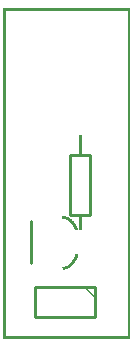
<source format=gto>
G04 MADE WITH FRITZING*
G04 WWW.FRITZING.ORG*
G04 DOUBLE SIDED*
G04 HOLES PLATED*
G04 CONTOUR ON CENTER OF CONTOUR VECTOR*
%ASAXBY*%
%FSLAX23Y23*%
%MOIN*%
%OFA0B0*%
%SFA1.0B1.0*%
%ADD10C,0.010000*%
%ADD11R,0.001000X0.001000*%
%LNSILK1*%
G90*
G70*
G54D10*
X307Y172D02*
X107Y172D01*
D02*
X107Y172D02*
X107Y72D01*
D02*
X107Y72D02*
X307Y72D01*
D02*
X307Y72D02*
X307Y172D01*
D02*
X290Y613D02*
X290Y413D01*
D02*
X290Y413D02*
X224Y413D01*
D02*
X224Y413D02*
X224Y613D01*
D02*
X224Y613D02*
X290Y613D01*
D02*
X93Y252D02*
X93Y392D01*
G54D11*
X1Y1102D02*
X424Y1102D01*
X1Y1101D02*
X424Y1101D01*
X1Y1100D02*
X424Y1100D01*
X1Y1099D02*
X424Y1099D01*
X1Y1098D02*
X424Y1098D01*
X1Y1097D02*
X424Y1097D01*
X1Y1096D02*
X424Y1096D01*
X1Y1095D02*
X424Y1095D01*
X1Y1094D02*
X8Y1094D01*
X417Y1094D02*
X424Y1094D01*
X1Y1093D02*
X8Y1093D01*
X417Y1093D02*
X424Y1093D01*
X1Y1092D02*
X8Y1092D01*
X417Y1092D02*
X424Y1092D01*
X1Y1091D02*
X8Y1091D01*
X417Y1091D02*
X424Y1091D01*
X1Y1090D02*
X8Y1090D01*
X417Y1090D02*
X424Y1090D01*
X1Y1089D02*
X8Y1089D01*
X417Y1089D02*
X424Y1089D01*
X1Y1088D02*
X8Y1088D01*
X417Y1088D02*
X424Y1088D01*
X1Y1087D02*
X8Y1087D01*
X417Y1087D02*
X424Y1087D01*
X1Y1086D02*
X8Y1086D01*
X417Y1086D02*
X424Y1086D01*
X1Y1085D02*
X8Y1085D01*
X417Y1085D02*
X424Y1085D01*
X1Y1084D02*
X8Y1084D01*
X417Y1084D02*
X424Y1084D01*
X1Y1083D02*
X8Y1083D01*
X417Y1083D02*
X424Y1083D01*
X1Y1082D02*
X8Y1082D01*
X417Y1082D02*
X424Y1082D01*
X1Y1081D02*
X8Y1081D01*
X417Y1081D02*
X424Y1081D01*
X1Y1080D02*
X8Y1080D01*
X417Y1080D02*
X424Y1080D01*
X1Y1079D02*
X8Y1079D01*
X417Y1079D02*
X424Y1079D01*
X1Y1078D02*
X8Y1078D01*
X417Y1078D02*
X424Y1078D01*
X1Y1077D02*
X8Y1077D01*
X417Y1077D02*
X424Y1077D01*
X1Y1076D02*
X8Y1076D01*
X417Y1076D02*
X424Y1076D01*
X1Y1075D02*
X8Y1075D01*
X417Y1075D02*
X424Y1075D01*
X1Y1074D02*
X8Y1074D01*
X417Y1074D02*
X424Y1074D01*
X1Y1073D02*
X8Y1073D01*
X417Y1073D02*
X424Y1073D01*
X1Y1072D02*
X8Y1072D01*
X417Y1072D02*
X424Y1072D01*
X1Y1071D02*
X8Y1071D01*
X417Y1071D02*
X424Y1071D01*
X1Y1070D02*
X8Y1070D01*
X417Y1070D02*
X424Y1070D01*
X1Y1069D02*
X8Y1069D01*
X417Y1069D02*
X424Y1069D01*
X1Y1068D02*
X8Y1068D01*
X417Y1068D02*
X424Y1068D01*
X1Y1067D02*
X8Y1067D01*
X417Y1067D02*
X424Y1067D01*
X1Y1066D02*
X8Y1066D01*
X417Y1066D02*
X424Y1066D01*
X1Y1065D02*
X8Y1065D01*
X417Y1065D02*
X424Y1065D01*
X1Y1064D02*
X8Y1064D01*
X417Y1064D02*
X424Y1064D01*
X1Y1063D02*
X8Y1063D01*
X417Y1063D02*
X424Y1063D01*
X1Y1062D02*
X8Y1062D01*
X417Y1062D02*
X424Y1062D01*
X1Y1061D02*
X8Y1061D01*
X417Y1061D02*
X424Y1061D01*
X1Y1060D02*
X8Y1060D01*
X417Y1060D02*
X424Y1060D01*
X1Y1059D02*
X8Y1059D01*
X417Y1059D02*
X424Y1059D01*
X1Y1058D02*
X8Y1058D01*
X417Y1058D02*
X424Y1058D01*
X1Y1057D02*
X8Y1057D01*
X417Y1057D02*
X424Y1057D01*
X1Y1056D02*
X8Y1056D01*
X417Y1056D02*
X424Y1056D01*
X1Y1055D02*
X8Y1055D01*
X417Y1055D02*
X424Y1055D01*
X1Y1054D02*
X8Y1054D01*
X417Y1054D02*
X424Y1054D01*
X1Y1053D02*
X8Y1053D01*
X417Y1053D02*
X424Y1053D01*
X1Y1052D02*
X8Y1052D01*
X417Y1052D02*
X424Y1052D01*
X1Y1051D02*
X8Y1051D01*
X417Y1051D02*
X424Y1051D01*
X1Y1050D02*
X8Y1050D01*
X417Y1050D02*
X424Y1050D01*
X1Y1049D02*
X8Y1049D01*
X417Y1049D02*
X424Y1049D01*
X1Y1048D02*
X8Y1048D01*
X417Y1048D02*
X424Y1048D01*
X1Y1047D02*
X8Y1047D01*
X417Y1047D02*
X424Y1047D01*
X1Y1046D02*
X8Y1046D01*
X417Y1046D02*
X424Y1046D01*
X1Y1045D02*
X8Y1045D01*
X417Y1045D02*
X424Y1045D01*
X1Y1044D02*
X8Y1044D01*
X417Y1044D02*
X424Y1044D01*
X1Y1043D02*
X8Y1043D01*
X417Y1043D02*
X424Y1043D01*
X1Y1042D02*
X8Y1042D01*
X417Y1042D02*
X424Y1042D01*
X1Y1041D02*
X8Y1041D01*
X417Y1041D02*
X424Y1041D01*
X1Y1040D02*
X8Y1040D01*
X417Y1040D02*
X424Y1040D01*
X1Y1039D02*
X8Y1039D01*
X417Y1039D02*
X424Y1039D01*
X1Y1038D02*
X8Y1038D01*
X417Y1038D02*
X424Y1038D01*
X1Y1037D02*
X8Y1037D01*
X417Y1037D02*
X424Y1037D01*
X1Y1036D02*
X8Y1036D01*
X417Y1036D02*
X424Y1036D01*
X1Y1035D02*
X8Y1035D01*
X417Y1035D02*
X424Y1035D01*
X1Y1034D02*
X8Y1034D01*
X417Y1034D02*
X424Y1034D01*
X1Y1033D02*
X8Y1033D01*
X417Y1033D02*
X424Y1033D01*
X1Y1032D02*
X8Y1032D01*
X417Y1032D02*
X424Y1032D01*
X1Y1031D02*
X8Y1031D01*
X417Y1031D02*
X424Y1031D01*
X1Y1030D02*
X8Y1030D01*
X417Y1030D02*
X424Y1030D01*
X1Y1029D02*
X8Y1029D01*
X417Y1029D02*
X424Y1029D01*
X1Y1028D02*
X8Y1028D01*
X417Y1028D02*
X424Y1028D01*
X1Y1027D02*
X8Y1027D01*
X417Y1027D02*
X424Y1027D01*
X1Y1026D02*
X8Y1026D01*
X417Y1026D02*
X424Y1026D01*
X1Y1025D02*
X8Y1025D01*
X417Y1025D02*
X424Y1025D01*
X1Y1024D02*
X8Y1024D01*
X417Y1024D02*
X424Y1024D01*
X1Y1023D02*
X8Y1023D01*
X417Y1023D02*
X424Y1023D01*
X1Y1022D02*
X8Y1022D01*
X417Y1022D02*
X424Y1022D01*
X1Y1021D02*
X8Y1021D01*
X417Y1021D02*
X424Y1021D01*
X1Y1020D02*
X8Y1020D01*
X417Y1020D02*
X424Y1020D01*
X1Y1019D02*
X8Y1019D01*
X417Y1019D02*
X424Y1019D01*
X1Y1018D02*
X8Y1018D01*
X417Y1018D02*
X424Y1018D01*
X1Y1017D02*
X8Y1017D01*
X417Y1017D02*
X424Y1017D01*
X1Y1016D02*
X8Y1016D01*
X417Y1016D02*
X424Y1016D01*
X1Y1015D02*
X8Y1015D01*
X417Y1015D02*
X424Y1015D01*
X1Y1014D02*
X8Y1014D01*
X417Y1014D02*
X424Y1014D01*
X1Y1013D02*
X8Y1013D01*
X417Y1013D02*
X424Y1013D01*
X1Y1012D02*
X8Y1012D01*
X417Y1012D02*
X424Y1012D01*
X1Y1011D02*
X8Y1011D01*
X417Y1011D02*
X424Y1011D01*
X1Y1010D02*
X8Y1010D01*
X417Y1010D02*
X424Y1010D01*
X1Y1009D02*
X8Y1009D01*
X417Y1009D02*
X424Y1009D01*
X1Y1008D02*
X8Y1008D01*
X417Y1008D02*
X424Y1008D01*
X1Y1007D02*
X8Y1007D01*
X417Y1007D02*
X424Y1007D01*
X1Y1006D02*
X8Y1006D01*
X417Y1006D02*
X424Y1006D01*
X1Y1005D02*
X8Y1005D01*
X417Y1005D02*
X424Y1005D01*
X1Y1004D02*
X8Y1004D01*
X417Y1004D02*
X424Y1004D01*
X1Y1003D02*
X8Y1003D01*
X417Y1003D02*
X424Y1003D01*
X1Y1002D02*
X8Y1002D01*
X417Y1002D02*
X424Y1002D01*
X1Y1001D02*
X8Y1001D01*
X417Y1001D02*
X424Y1001D01*
X1Y1000D02*
X8Y1000D01*
X417Y1000D02*
X424Y1000D01*
X1Y999D02*
X8Y999D01*
X417Y999D02*
X424Y999D01*
X1Y998D02*
X8Y998D01*
X417Y998D02*
X424Y998D01*
X1Y997D02*
X8Y997D01*
X417Y997D02*
X424Y997D01*
X1Y996D02*
X8Y996D01*
X417Y996D02*
X424Y996D01*
X1Y995D02*
X8Y995D01*
X417Y995D02*
X424Y995D01*
X1Y994D02*
X8Y994D01*
X417Y994D02*
X424Y994D01*
X1Y993D02*
X8Y993D01*
X417Y993D02*
X424Y993D01*
X1Y992D02*
X8Y992D01*
X417Y992D02*
X424Y992D01*
X1Y991D02*
X8Y991D01*
X417Y991D02*
X424Y991D01*
X1Y990D02*
X8Y990D01*
X417Y990D02*
X424Y990D01*
X1Y989D02*
X8Y989D01*
X417Y989D02*
X424Y989D01*
X1Y988D02*
X8Y988D01*
X417Y988D02*
X424Y988D01*
X1Y987D02*
X8Y987D01*
X417Y987D02*
X424Y987D01*
X1Y986D02*
X8Y986D01*
X417Y986D02*
X424Y986D01*
X1Y985D02*
X8Y985D01*
X417Y985D02*
X424Y985D01*
X1Y984D02*
X8Y984D01*
X417Y984D02*
X424Y984D01*
X1Y983D02*
X8Y983D01*
X417Y983D02*
X424Y983D01*
X1Y982D02*
X8Y982D01*
X417Y982D02*
X424Y982D01*
X1Y981D02*
X8Y981D01*
X417Y981D02*
X424Y981D01*
X1Y980D02*
X8Y980D01*
X417Y980D02*
X424Y980D01*
X1Y979D02*
X8Y979D01*
X417Y979D02*
X424Y979D01*
X1Y978D02*
X8Y978D01*
X417Y978D02*
X424Y978D01*
X1Y977D02*
X8Y977D01*
X417Y977D02*
X424Y977D01*
X1Y976D02*
X8Y976D01*
X417Y976D02*
X424Y976D01*
X1Y975D02*
X8Y975D01*
X417Y975D02*
X424Y975D01*
X1Y974D02*
X8Y974D01*
X417Y974D02*
X424Y974D01*
X1Y973D02*
X8Y973D01*
X417Y973D02*
X424Y973D01*
X1Y972D02*
X8Y972D01*
X417Y972D02*
X424Y972D01*
X1Y971D02*
X8Y971D01*
X417Y971D02*
X424Y971D01*
X1Y970D02*
X8Y970D01*
X417Y970D02*
X424Y970D01*
X1Y969D02*
X8Y969D01*
X417Y969D02*
X424Y969D01*
X1Y968D02*
X8Y968D01*
X417Y968D02*
X424Y968D01*
X1Y967D02*
X8Y967D01*
X417Y967D02*
X424Y967D01*
X1Y966D02*
X8Y966D01*
X417Y966D02*
X424Y966D01*
X1Y965D02*
X8Y965D01*
X417Y965D02*
X424Y965D01*
X1Y964D02*
X8Y964D01*
X417Y964D02*
X424Y964D01*
X1Y963D02*
X8Y963D01*
X417Y963D02*
X424Y963D01*
X1Y962D02*
X8Y962D01*
X417Y962D02*
X424Y962D01*
X1Y961D02*
X8Y961D01*
X417Y961D02*
X424Y961D01*
X1Y960D02*
X8Y960D01*
X417Y960D02*
X424Y960D01*
X1Y959D02*
X8Y959D01*
X417Y959D02*
X424Y959D01*
X1Y958D02*
X8Y958D01*
X417Y958D02*
X424Y958D01*
X1Y957D02*
X8Y957D01*
X417Y957D02*
X424Y957D01*
X1Y956D02*
X8Y956D01*
X417Y956D02*
X424Y956D01*
X1Y955D02*
X8Y955D01*
X417Y955D02*
X424Y955D01*
X1Y954D02*
X8Y954D01*
X417Y954D02*
X424Y954D01*
X1Y953D02*
X8Y953D01*
X417Y953D02*
X424Y953D01*
X1Y952D02*
X8Y952D01*
X417Y952D02*
X424Y952D01*
X1Y951D02*
X8Y951D01*
X417Y951D02*
X424Y951D01*
X1Y950D02*
X8Y950D01*
X417Y950D02*
X424Y950D01*
X1Y949D02*
X8Y949D01*
X417Y949D02*
X424Y949D01*
X1Y948D02*
X8Y948D01*
X417Y948D02*
X424Y948D01*
X1Y947D02*
X8Y947D01*
X417Y947D02*
X424Y947D01*
X1Y946D02*
X8Y946D01*
X417Y946D02*
X424Y946D01*
X1Y945D02*
X8Y945D01*
X417Y945D02*
X424Y945D01*
X1Y944D02*
X8Y944D01*
X417Y944D02*
X424Y944D01*
X1Y943D02*
X8Y943D01*
X417Y943D02*
X424Y943D01*
X1Y942D02*
X8Y942D01*
X417Y942D02*
X424Y942D01*
X1Y941D02*
X8Y941D01*
X417Y941D02*
X424Y941D01*
X1Y940D02*
X8Y940D01*
X417Y940D02*
X424Y940D01*
X1Y939D02*
X8Y939D01*
X417Y939D02*
X424Y939D01*
X1Y938D02*
X8Y938D01*
X417Y938D02*
X424Y938D01*
X1Y937D02*
X8Y937D01*
X417Y937D02*
X424Y937D01*
X1Y936D02*
X8Y936D01*
X417Y936D02*
X424Y936D01*
X1Y935D02*
X8Y935D01*
X417Y935D02*
X424Y935D01*
X1Y934D02*
X8Y934D01*
X417Y934D02*
X424Y934D01*
X1Y933D02*
X8Y933D01*
X417Y933D02*
X424Y933D01*
X1Y932D02*
X8Y932D01*
X417Y932D02*
X424Y932D01*
X1Y931D02*
X8Y931D01*
X417Y931D02*
X424Y931D01*
X1Y930D02*
X8Y930D01*
X417Y930D02*
X424Y930D01*
X1Y929D02*
X8Y929D01*
X417Y929D02*
X424Y929D01*
X1Y928D02*
X8Y928D01*
X417Y928D02*
X424Y928D01*
X1Y927D02*
X8Y927D01*
X417Y927D02*
X424Y927D01*
X1Y926D02*
X8Y926D01*
X417Y926D02*
X424Y926D01*
X1Y925D02*
X8Y925D01*
X417Y925D02*
X424Y925D01*
X1Y924D02*
X8Y924D01*
X417Y924D02*
X424Y924D01*
X1Y923D02*
X8Y923D01*
X417Y923D02*
X424Y923D01*
X1Y922D02*
X8Y922D01*
X417Y922D02*
X424Y922D01*
X1Y921D02*
X8Y921D01*
X417Y921D02*
X424Y921D01*
X1Y920D02*
X8Y920D01*
X417Y920D02*
X424Y920D01*
X1Y919D02*
X8Y919D01*
X417Y919D02*
X424Y919D01*
X1Y918D02*
X8Y918D01*
X417Y918D02*
X424Y918D01*
X1Y917D02*
X8Y917D01*
X417Y917D02*
X424Y917D01*
X1Y916D02*
X8Y916D01*
X417Y916D02*
X424Y916D01*
X1Y915D02*
X8Y915D01*
X417Y915D02*
X424Y915D01*
X1Y914D02*
X8Y914D01*
X417Y914D02*
X424Y914D01*
X1Y913D02*
X8Y913D01*
X417Y913D02*
X424Y913D01*
X1Y912D02*
X8Y912D01*
X417Y912D02*
X424Y912D01*
X1Y911D02*
X8Y911D01*
X417Y911D02*
X424Y911D01*
X1Y910D02*
X8Y910D01*
X417Y910D02*
X424Y910D01*
X1Y909D02*
X8Y909D01*
X417Y909D02*
X424Y909D01*
X1Y908D02*
X8Y908D01*
X417Y908D02*
X424Y908D01*
X1Y907D02*
X8Y907D01*
X417Y907D02*
X424Y907D01*
X1Y906D02*
X8Y906D01*
X417Y906D02*
X424Y906D01*
X1Y905D02*
X8Y905D01*
X417Y905D02*
X424Y905D01*
X1Y904D02*
X8Y904D01*
X417Y904D02*
X424Y904D01*
X1Y903D02*
X8Y903D01*
X417Y903D02*
X424Y903D01*
X1Y902D02*
X8Y902D01*
X417Y902D02*
X424Y902D01*
X1Y901D02*
X8Y901D01*
X417Y901D02*
X424Y901D01*
X1Y900D02*
X8Y900D01*
X417Y900D02*
X424Y900D01*
X1Y899D02*
X8Y899D01*
X417Y899D02*
X424Y899D01*
X1Y898D02*
X8Y898D01*
X417Y898D02*
X424Y898D01*
X1Y897D02*
X8Y897D01*
X417Y897D02*
X424Y897D01*
X1Y896D02*
X8Y896D01*
X417Y896D02*
X424Y896D01*
X1Y895D02*
X8Y895D01*
X417Y895D02*
X424Y895D01*
X1Y894D02*
X8Y894D01*
X417Y894D02*
X424Y894D01*
X1Y893D02*
X8Y893D01*
X417Y893D02*
X424Y893D01*
X1Y892D02*
X8Y892D01*
X417Y892D02*
X424Y892D01*
X1Y891D02*
X8Y891D01*
X417Y891D02*
X424Y891D01*
X1Y890D02*
X8Y890D01*
X417Y890D02*
X424Y890D01*
X1Y889D02*
X8Y889D01*
X417Y889D02*
X424Y889D01*
X1Y888D02*
X8Y888D01*
X417Y888D02*
X424Y888D01*
X1Y887D02*
X8Y887D01*
X417Y887D02*
X424Y887D01*
X1Y886D02*
X8Y886D01*
X417Y886D02*
X424Y886D01*
X1Y885D02*
X8Y885D01*
X417Y885D02*
X424Y885D01*
X1Y884D02*
X8Y884D01*
X417Y884D02*
X424Y884D01*
X1Y883D02*
X8Y883D01*
X417Y883D02*
X424Y883D01*
X1Y882D02*
X8Y882D01*
X417Y882D02*
X424Y882D01*
X1Y881D02*
X8Y881D01*
X417Y881D02*
X424Y881D01*
X1Y880D02*
X8Y880D01*
X417Y880D02*
X424Y880D01*
X1Y879D02*
X8Y879D01*
X417Y879D02*
X424Y879D01*
X1Y878D02*
X8Y878D01*
X417Y878D02*
X424Y878D01*
X1Y877D02*
X8Y877D01*
X417Y877D02*
X424Y877D01*
X1Y876D02*
X8Y876D01*
X417Y876D02*
X424Y876D01*
X1Y875D02*
X8Y875D01*
X417Y875D02*
X424Y875D01*
X1Y874D02*
X8Y874D01*
X417Y874D02*
X424Y874D01*
X1Y873D02*
X8Y873D01*
X417Y873D02*
X424Y873D01*
X1Y872D02*
X8Y872D01*
X417Y872D02*
X424Y872D01*
X1Y871D02*
X8Y871D01*
X417Y871D02*
X424Y871D01*
X1Y870D02*
X8Y870D01*
X417Y870D02*
X424Y870D01*
X1Y869D02*
X8Y869D01*
X417Y869D02*
X424Y869D01*
X1Y868D02*
X8Y868D01*
X417Y868D02*
X424Y868D01*
X1Y867D02*
X8Y867D01*
X417Y867D02*
X424Y867D01*
X1Y866D02*
X8Y866D01*
X417Y866D02*
X424Y866D01*
X1Y865D02*
X8Y865D01*
X417Y865D02*
X424Y865D01*
X1Y864D02*
X8Y864D01*
X417Y864D02*
X424Y864D01*
X1Y863D02*
X8Y863D01*
X417Y863D02*
X424Y863D01*
X1Y862D02*
X8Y862D01*
X417Y862D02*
X424Y862D01*
X1Y861D02*
X8Y861D01*
X417Y861D02*
X424Y861D01*
X1Y860D02*
X8Y860D01*
X417Y860D02*
X424Y860D01*
X1Y859D02*
X8Y859D01*
X417Y859D02*
X424Y859D01*
X1Y858D02*
X8Y858D01*
X417Y858D02*
X424Y858D01*
X1Y857D02*
X8Y857D01*
X417Y857D02*
X424Y857D01*
X1Y856D02*
X8Y856D01*
X417Y856D02*
X424Y856D01*
X1Y855D02*
X8Y855D01*
X417Y855D02*
X424Y855D01*
X1Y854D02*
X8Y854D01*
X417Y854D02*
X424Y854D01*
X1Y853D02*
X8Y853D01*
X417Y853D02*
X424Y853D01*
X1Y852D02*
X8Y852D01*
X417Y852D02*
X424Y852D01*
X1Y851D02*
X8Y851D01*
X417Y851D02*
X424Y851D01*
X1Y850D02*
X8Y850D01*
X417Y850D02*
X424Y850D01*
X1Y849D02*
X8Y849D01*
X417Y849D02*
X424Y849D01*
X1Y848D02*
X8Y848D01*
X417Y848D02*
X424Y848D01*
X1Y847D02*
X8Y847D01*
X417Y847D02*
X424Y847D01*
X1Y846D02*
X8Y846D01*
X417Y846D02*
X424Y846D01*
X1Y845D02*
X8Y845D01*
X417Y845D02*
X424Y845D01*
X1Y844D02*
X8Y844D01*
X417Y844D02*
X424Y844D01*
X1Y843D02*
X8Y843D01*
X417Y843D02*
X424Y843D01*
X1Y842D02*
X8Y842D01*
X417Y842D02*
X424Y842D01*
X1Y841D02*
X8Y841D01*
X417Y841D02*
X424Y841D01*
X1Y840D02*
X8Y840D01*
X417Y840D02*
X424Y840D01*
X1Y839D02*
X8Y839D01*
X417Y839D02*
X424Y839D01*
X1Y838D02*
X8Y838D01*
X417Y838D02*
X424Y838D01*
X1Y837D02*
X8Y837D01*
X417Y837D02*
X424Y837D01*
X1Y836D02*
X8Y836D01*
X417Y836D02*
X424Y836D01*
X1Y835D02*
X8Y835D01*
X417Y835D02*
X424Y835D01*
X1Y834D02*
X8Y834D01*
X417Y834D02*
X424Y834D01*
X1Y833D02*
X8Y833D01*
X417Y833D02*
X424Y833D01*
X1Y832D02*
X8Y832D01*
X417Y832D02*
X424Y832D01*
X1Y831D02*
X8Y831D01*
X417Y831D02*
X424Y831D01*
X1Y830D02*
X8Y830D01*
X417Y830D02*
X424Y830D01*
X1Y829D02*
X8Y829D01*
X417Y829D02*
X424Y829D01*
X1Y828D02*
X8Y828D01*
X417Y828D02*
X424Y828D01*
X1Y827D02*
X8Y827D01*
X417Y827D02*
X424Y827D01*
X1Y826D02*
X8Y826D01*
X417Y826D02*
X424Y826D01*
X1Y825D02*
X8Y825D01*
X417Y825D02*
X424Y825D01*
X1Y824D02*
X8Y824D01*
X417Y824D02*
X424Y824D01*
X1Y823D02*
X8Y823D01*
X417Y823D02*
X424Y823D01*
X1Y822D02*
X8Y822D01*
X417Y822D02*
X424Y822D01*
X1Y821D02*
X8Y821D01*
X417Y821D02*
X424Y821D01*
X1Y820D02*
X8Y820D01*
X417Y820D02*
X424Y820D01*
X1Y819D02*
X8Y819D01*
X417Y819D02*
X424Y819D01*
X1Y818D02*
X8Y818D01*
X417Y818D02*
X424Y818D01*
X1Y817D02*
X8Y817D01*
X417Y817D02*
X424Y817D01*
X1Y816D02*
X8Y816D01*
X417Y816D02*
X424Y816D01*
X1Y815D02*
X8Y815D01*
X417Y815D02*
X424Y815D01*
X1Y814D02*
X8Y814D01*
X417Y814D02*
X424Y814D01*
X1Y813D02*
X8Y813D01*
X417Y813D02*
X424Y813D01*
X1Y812D02*
X8Y812D01*
X417Y812D02*
X424Y812D01*
X1Y811D02*
X8Y811D01*
X417Y811D02*
X424Y811D01*
X1Y810D02*
X8Y810D01*
X417Y810D02*
X424Y810D01*
X1Y809D02*
X8Y809D01*
X417Y809D02*
X424Y809D01*
X1Y808D02*
X8Y808D01*
X417Y808D02*
X424Y808D01*
X1Y807D02*
X8Y807D01*
X417Y807D02*
X424Y807D01*
X1Y806D02*
X8Y806D01*
X417Y806D02*
X424Y806D01*
X1Y805D02*
X8Y805D01*
X417Y805D02*
X424Y805D01*
X1Y804D02*
X8Y804D01*
X417Y804D02*
X424Y804D01*
X1Y803D02*
X8Y803D01*
X417Y803D02*
X424Y803D01*
X1Y802D02*
X8Y802D01*
X417Y802D02*
X424Y802D01*
X1Y801D02*
X8Y801D01*
X417Y801D02*
X424Y801D01*
X1Y800D02*
X8Y800D01*
X417Y800D02*
X424Y800D01*
X1Y799D02*
X8Y799D01*
X417Y799D02*
X424Y799D01*
X1Y798D02*
X8Y798D01*
X417Y798D02*
X424Y798D01*
X1Y797D02*
X8Y797D01*
X417Y797D02*
X424Y797D01*
X1Y796D02*
X8Y796D01*
X417Y796D02*
X424Y796D01*
X1Y795D02*
X8Y795D01*
X417Y795D02*
X424Y795D01*
X1Y794D02*
X8Y794D01*
X417Y794D02*
X424Y794D01*
X1Y793D02*
X8Y793D01*
X417Y793D02*
X424Y793D01*
X1Y792D02*
X8Y792D01*
X417Y792D02*
X424Y792D01*
X1Y791D02*
X8Y791D01*
X417Y791D02*
X424Y791D01*
X1Y790D02*
X8Y790D01*
X417Y790D02*
X424Y790D01*
X1Y789D02*
X8Y789D01*
X417Y789D02*
X424Y789D01*
X1Y788D02*
X8Y788D01*
X417Y788D02*
X424Y788D01*
X1Y787D02*
X8Y787D01*
X417Y787D02*
X424Y787D01*
X1Y786D02*
X8Y786D01*
X417Y786D02*
X424Y786D01*
X1Y785D02*
X8Y785D01*
X417Y785D02*
X424Y785D01*
X1Y784D02*
X8Y784D01*
X417Y784D02*
X424Y784D01*
X1Y783D02*
X8Y783D01*
X417Y783D02*
X424Y783D01*
X1Y782D02*
X8Y782D01*
X417Y782D02*
X424Y782D01*
X1Y781D02*
X8Y781D01*
X417Y781D02*
X424Y781D01*
X1Y780D02*
X8Y780D01*
X417Y780D02*
X424Y780D01*
X1Y779D02*
X8Y779D01*
X417Y779D02*
X424Y779D01*
X1Y778D02*
X8Y778D01*
X417Y778D02*
X424Y778D01*
X1Y777D02*
X8Y777D01*
X417Y777D02*
X424Y777D01*
X1Y776D02*
X8Y776D01*
X417Y776D02*
X424Y776D01*
X1Y775D02*
X8Y775D01*
X417Y775D02*
X424Y775D01*
X1Y774D02*
X8Y774D01*
X417Y774D02*
X424Y774D01*
X1Y773D02*
X8Y773D01*
X417Y773D02*
X424Y773D01*
X1Y772D02*
X8Y772D01*
X417Y772D02*
X424Y772D01*
X1Y771D02*
X8Y771D01*
X417Y771D02*
X424Y771D01*
X1Y770D02*
X8Y770D01*
X417Y770D02*
X424Y770D01*
X1Y769D02*
X8Y769D01*
X417Y769D02*
X424Y769D01*
X1Y768D02*
X8Y768D01*
X417Y768D02*
X424Y768D01*
X1Y767D02*
X8Y767D01*
X417Y767D02*
X424Y767D01*
X1Y766D02*
X8Y766D01*
X417Y766D02*
X424Y766D01*
X1Y765D02*
X8Y765D01*
X417Y765D02*
X424Y765D01*
X1Y764D02*
X8Y764D01*
X417Y764D02*
X424Y764D01*
X1Y763D02*
X8Y763D01*
X417Y763D02*
X424Y763D01*
X1Y762D02*
X8Y762D01*
X417Y762D02*
X424Y762D01*
X1Y761D02*
X8Y761D01*
X417Y761D02*
X424Y761D01*
X1Y760D02*
X8Y760D01*
X417Y760D02*
X424Y760D01*
X1Y759D02*
X8Y759D01*
X417Y759D02*
X424Y759D01*
X1Y758D02*
X8Y758D01*
X417Y758D02*
X424Y758D01*
X1Y757D02*
X8Y757D01*
X417Y757D02*
X424Y757D01*
X1Y756D02*
X8Y756D01*
X417Y756D02*
X424Y756D01*
X1Y755D02*
X8Y755D01*
X417Y755D02*
X424Y755D01*
X1Y754D02*
X8Y754D01*
X417Y754D02*
X424Y754D01*
X1Y753D02*
X8Y753D01*
X417Y753D02*
X424Y753D01*
X1Y752D02*
X8Y752D01*
X417Y752D02*
X424Y752D01*
X1Y751D02*
X8Y751D01*
X417Y751D02*
X424Y751D01*
X1Y750D02*
X8Y750D01*
X417Y750D02*
X424Y750D01*
X1Y749D02*
X8Y749D01*
X417Y749D02*
X424Y749D01*
X1Y748D02*
X8Y748D01*
X417Y748D02*
X424Y748D01*
X1Y747D02*
X8Y747D01*
X417Y747D02*
X424Y747D01*
X1Y746D02*
X8Y746D01*
X417Y746D02*
X424Y746D01*
X1Y745D02*
X8Y745D01*
X417Y745D02*
X424Y745D01*
X1Y744D02*
X8Y744D01*
X417Y744D02*
X424Y744D01*
X1Y743D02*
X8Y743D01*
X417Y743D02*
X424Y743D01*
X1Y742D02*
X8Y742D01*
X417Y742D02*
X424Y742D01*
X1Y741D02*
X8Y741D01*
X417Y741D02*
X424Y741D01*
X1Y740D02*
X8Y740D01*
X417Y740D02*
X424Y740D01*
X1Y739D02*
X8Y739D01*
X417Y739D02*
X424Y739D01*
X1Y738D02*
X8Y738D01*
X417Y738D02*
X424Y738D01*
X1Y737D02*
X8Y737D01*
X417Y737D02*
X424Y737D01*
X1Y736D02*
X8Y736D01*
X417Y736D02*
X424Y736D01*
X1Y735D02*
X8Y735D01*
X417Y735D02*
X424Y735D01*
X1Y734D02*
X8Y734D01*
X417Y734D02*
X424Y734D01*
X1Y733D02*
X8Y733D01*
X417Y733D02*
X424Y733D01*
X1Y732D02*
X8Y732D01*
X417Y732D02*
X424Y732D01*
X1Y731D02*
X8Y731D01*
X417Y731D02*
X424Y731D01*
X1Y730D02*
X8Y730D01*
X417Y730D02*
X424Y730D01*
X1Y729D02*
X8Y729D01*
X417Y729D02*
X424Y729D01*
X1Y728D02*
X8Y728D01*
X417Y728D02*
X424Y728D01*
X1Y727D02*
X8Y727D01*
X417Y727D02*
X424Y727D01*
X1Y726D02*
X8Y726D01*
X417Y726D02*
X424Y726D01*
X1Y725D02*
X8Y725D01*
X417Y725D02*
X424Y725D01*
X1Y724D02*
X8Y724D01*
X417Y724D02*
X424Y724D01*
X1Y723D02*
X8Y723D01*
X417Y723D02*
X424Y723D01*
X1Y722D02*
X8Y722D01*
X417Y722D02*
X424Y722D01*
X1Y721D02*
X8Y721D01*
X417Y721D02*
X424Y721D01*
X1Y720D02*
X8Y720D01*
X417Y720D02*
X424Y720D01*
X1Y719D02*
X8Y719D01*
X417Y719D02*
X424Y719D01*
X1Y718D02*
X8Y718D01*
X417Y718D02*
X424Y718D01*
X1Y717D02*
X8Y717D01*
X417Y717D02*
X424Y717D01*
X1Y716D02*
X8Y716D01*
X417Y716D02*
X424Y716D01*
X1Y715D02*
X8Y715D01*
X417Y715D02*
X424Y715D01*
X1Y714D02*
X8Y714D01*
X417Y714D02*
X424Y714D01*
X1Y713D02*
X8Y713D01*
X417Y713D02*
X424Y713D01*
X1Y712D02*
X8Y712D01*
X417Y712D02*
X424Y712D01*
X1Y711D02*
X8Y711D01*
X417Y711D02*
X424Y711D01*
X1Y710D02*
X8Y710D01*
X417Y710D02*
X424Y710D01*
X1Y709D02*
X8Y709D01*
X417Y709D02*
X424Y709D01*
X1Y708D02*
X8Y708D01*
X417Y708D02*
X424Y708D01*
X1Y707D02*
X8Y707D01*
X417Y707D02*
X424Y707D01*
X1Y706D02*
X8Y706D01*
X417Y706D02*
X424Y706D01*
X1Y705D02*
X8Y705D01*
X417Y705D02*
X424Y705D01*
X1Y704D02*
X8Y704D01*
X417Y704D02*
X424Y704D01*
X1Y703D02*
X8Y703D01*
X417Y703D02*
X424Y703D01*
X1Y702D02*
X8Y702D01*
X417Y702D02*
X424Y702D01*
X1Y701D02*
X8Y701D01*
X417Y701D02*
X424Y701D01*
X1Y700D02*
X8Y700D01*
X417Y700D02*
X424Y700D01*
X1Y699D02*
X8Y699D01*
X417Y699D02*
X424Y699D01*
X1Y698D02*
X8Y698D01*
X417Y698D02*
X424Y698D01*
X1Y697D02*
X8Y697D01*
X417Y697D02*
X424Y697D01*
X1Y696D02*
X8Y696D01*
X417Y696D02*
X424Y696D01*
X1Y695D02*
X8Y695D01*
X417Y695D02*
X424Y695D01*
X1Y694D02*
X8Y694D01*
X417Y694D02*
X424Y694D01*
X1Y693D02*
X8Y693D01*
X417Y693D02*
X424Y693D01*
X1Y692D02*
X8Y692D01*
X417Y692D02*
X424Y692D01*
X1Y691D02*
X8Y691D01*
X417Y691D02*
X424Y691D01*
X1Y690D02*
X8Y690D01*
X417Y690D02*
X424Y690D01*
X1Y689D02*
X8Y689D01*
X417Y689D02*
X424Y689D01*
X1Y688D02*
X8Y688D01*
X417Y688D02*
X424Y688D01*
X1Y687D02*
X8Y687D01*
X417Y687D02*
X424Y687D01*
X1Y686D02*
X8Y686D01*
X417Y686D02*
X424Y686D01*
X1Y685D02*
X8Y685D01*
X417Y685D02*
X424Y685D01*
X1Y684D02*
X8Y684D01*
X417Y684D02*
X424Y684D01*
X1Y683D02*
X8Y683D01*
X417Y683D02*
X424Y683D01*
X1Y682D02*
X8Y682D01*
X417Y682D02*
X424Y682D01*
X1Y681D02*
X8Y681D01*
X417Y681D02*
X424Y681D01*
X1Y680D02*
X8Y680D01*
X253Y680D02*
X254Y680D01*
X261Y680D02*
X262Y680D01*
X417Y680D02*
X424Y680D01*
X1Y679D02*
X8Y679D01*
X253Y679D02*
X262Y679D01*
X417Y679D02*
X424Y679D01*
X1Y678D02*
X8Y678D01*
X253Y678D02*
X262Y678D01*
X417Y678D02*
X424Y678D01*
X1Y677D02*
X8Y677D01*
X253Y677D02*
X262Y677D01*
X417Y677D02*
X424Y677D01*
X1Y676D02*
X8Y676D01*
X253Y676D02*
X262Y676D01*
X417Y676D02*
X424Y676D01*
X1Y675D02*
X8Y675D01*
X253Y675D02*
X262Y675D01*
X417Y675D02*
X424Y675D01*
X1Y674D02*
X8Y674D01*
X253Y674D02*
X262Y674D01*
X417Y674D02*
X424Y674D01*
X1Y673D02*
X8Y673D01*
X253Y673D02*
X262Y673D01*
X417Y673D02*
X424Y673D01*
X1Y672D02*
X8Y672D01*
X253Y672D02*
X262Y672D01*
X417Y672D02*
X424Y672D01*
X1Y671D02*
X8Y671D01*
X253Y671D02*
X262Y671D01*
X417Y671D02*
X424Y671D01*
X1Y670D02*
X8Y670D01*
X253Y670D02*
X262Y670D01*
X417Y670D02*
X424Y670D01*
X1Y669D02*
X8Y669D01*
X253Y669D02*
X262Y669D01*
X417Y669D02*
X424Y669D01*
X1Y668D02*
X8Y668D01*
X253Y668D02*
X262Y668D01*
X417Y668D02*
X424Y668D01*
X1Y667D02*
X8Y667D01*
X253Y667D02*
X262Y667D01*
X417Y667D02*
X424Y667D01*
X1Y666D02*
X8Y666D01*
X253Y666D02*
X262Y666D01*
X417Y666D02*
X424Y666D01*
X1Y665D02*
X8Y665D01*
X253Y665D02*
X262Y665D01*
X417Y665D02*
X424Y665D01*
X1Y664D02*
X8Y664D01*
X253Y664D02*
X262Y664D01*
X417Y664D02*
X424Y664D01*
X1Y663D02*
X8Y663D01*
X253Y663D02*
X262Y663D01*
X417Y663D02*
X424Y663D01*
X1Y662D02*
X8Y662D01*
X253Y662D02*
X262Y662D01*
X417Y662D02*
X424Y662D01*
X1Y661D02*
X8Y661D01*
X253Y661D02*
X262Y661D01*
X417Y661D02*
X424Y661D01*
X1Y660D02*
X8Y660D01*
X253Y660D02*
X262Y660D01*
X417Y660D02*
X424Y660D01*
X1Y659D02*
X8Y659D01*
X253Y659D02*
X262Y659D01*
X417Y659D02*
X424Y659D01*
X1Y658D02*
X8Y658D01*
X253Y658D02*
X262Y658D01*
X417Y658D02*
X424Y658D01*
X1Y657D02*
X8Y657D01*
X253Y657D02*
X262Y657D01*
X417Y657D02*
X424Y657D01*
X1Y656D02*
X8Y656D01*
X253Y656D02*
X262Y656D01*
X417Y656D02*
X424Y656D01*
X1Y655D02*
X8Y655D01*
X253Y655D02*
X262Y655D01*
X417Y655D02*
X424Y655D01*
X1Y654D02*
X8Y654D01*
X253Y654D02*
X262Y654D01*
X417Y654D02*
X424Y654D01*
X1Y653D02*
X8Y653D01*
X253Y653D02*
X262Y653D01*
X417Y653D02*
X424Y653D01*
X1Y652D02*
X8Y652D01*
X253Y652D02*
X262Y652D01*
X417Y652D02*
X424Y652D01*
X1Y651D02*
X8Y651D01*
X253Y651D02*
X262Y651D01*
X417Y651D02*
X424Y651D01*
X1Y650D02*
X8Y650D01*
X253Y650D02*
X262Y650D01*
X417Y650D02*
X424Y650D01*
X1Y649D02*
X8Y649D01*
X253Y649D02*
X262Y649D01*
X417Y649D02*
X424Y649D01*
X1Y648D02*
X8Y648D01*
X253Y648D02*
X262Y648D01*
X417Y648D02*
X424Y648D01*
X1Y647D02*
X8Y647D01*
X253Y647D02*
X262Y647D01*
X417Y647D02*
X424Y647D01*
X1Y646D02*
X8Y646D01*
X253Y646D02*
X262Y646D01*
X417Y646D02*
X424Y646D01*
X1Y645D02*
X8Y645D01*
X253Y645D02*
X262Y645D01*
X417Y645D02*
X424Y645D01*
X1Y644D02*
X8Y644D01*
X253Y644D02*
X262Y644D01*
X417Y644D02*
X424Y644D01*
X1Y643D02*
X8Y643D01*
X253Y643D02*
X262Y643D01*
X417Y643D02*
X424Y643D01*
X1Y642D02*
X8Y642D01*
X253Y642D02*
X262Y642D01*
X417Y642D02*
X424Y642D01*
X1Y641D02*
X8Y641D01*
X253Y641D02*
X262Y641D01*
X417Y641D02*
X424Y641D01*
X1Y640D02*
X8Y640D01*
X253Y640D02*
X262Y640D01*
X417Y640D02*
X424Y640D01*
X1Y639D02*
X8Y639D01*
X253Y639D02*
X262Y639D01*
X417Y639D02*
X424Y639D01*
X1Y638D02*
X8Y638D01*
X253Y638D02*
X262Y638D01*
X417Y638D02*
X424Y638D01*
X1Y637D02*
X8Y637D01*
X253Y637D02*
X262Y637D01*
X417Y637D02*
X424Y637D01*
X1Y636D02*
X8Y636D01*
X253Y636D02*
X262Y636D01*
X417Y636D02*
X424Y636D01*
X1Y635D02*
X8Y635D01*
X253Y635D02*
X262Y635D01*
X417Y635D02*
X424Y635D01*
X1Y634D02*
X8Y634D01*
X253Y634D02*
X262Y634D01*
X417Y634D02*
X424Y634D01*
X1Y633D02*
X8Y633D01*
X253Y633D02*
X262Y633D01*
X417Y633D02*
X424Y633D01*
X1Y632D02*
X8Y632D01*
X253Y632D02*
X262Y632D01*
X417Y632D02*
X424Y632D01*
X1Y631D02*
X8Y631D01*
X253Y631D02*
X262Y631D01*
X417Y631D02*
X424Y631D01*
X1Y630D02*
X8Y630D01*
X253Y630D02*
X262Y630D01*
X417Y630D02*
X424Y630D01*
X1Y629D02*
X8Y629D01*
X253Y629D02*
X262Y629D01*
X417Y629D02*
X424Y629D01*
X1Y628D02*
X8Y628D01*
X253Y628D02*
X262Y628D01*
X417Y628D02*
X424Y628D01*
X1Y627D02*
X8Y627D01*
X253Y627D02*
X262Y627D01*
X417Y627D02*
X424Y627D01*
X1Y626D02*
X8Y626D01*
X253Y626D02*
X262Y626D01*
X417Y626D02*
X424Y626D01*
X1Y625D02*
X8Y625D01*
X253Y625D02*
X262Y625D01*
X417Y625D02*
X424Y625D01*
X1Y624D02*
X8Y624D01*
X253Y624D02*
X262Y624D01*
X417Y624D02*
X424Y624D01*
X1Y623D02*
X8Y623D01*
X253Y623D02*
X262Y623D01*
X417Y623D02*
X424Y623D01*
X1Y622D02*
X8Y622D01*
X253Y622D02*
X262Y622D01*
X417Y622D02*
X424Y622D01*
X1Y621D02*
X8Y621D01*
X253Y621D02*
X262Y621D01*
X417Y621D02*
X424Y621D01*
X1Y620D02*
X8Y620D01*
X253Y620D02*
X262Y620D01*
X417Y620D02*
X424Y620D01*
X1Y619D02*
X8Y619D01*
X253Y619D02*
X262Y619D01*
X417Y619D02*
X424Y619D01*
X1Y618D02*
X8Y618D01*
X253Y618D02*
X262Y618D01*
X417Y618D02*
X424Y618D01*
X1Y617D02*
X8Y617D01*
X253Y617D02*
X262Y617D01*
X417Y617D02*
X424Y617D01*
X1Y616D02*
X8Y616D01*
X253Y616D02*
X262Y616D01*
X417Y616D02*
X424Y616D01*
X1Y615D02*
X8Y615D01*
X253Y615D02*
X262Y615D01*
X417Y615D02*
X424Y615D01*
X1Y614D02*
X8Y614D01*
X253Y614D02*
X262Y614D01*
X417Y614D02*
X424Y614D01*
X1Y613D02*
X8Y613D01*
X253Y613D02*
X262Y613D01*
X417Y613D02*
X424Y613D01*
X1Y612D02*
X8Y612D01*
X417Y612D02*
X424Y612D01*
X1Y611D02*
X8Y611D01*
X417Y611D02*
X424Y611D01*
X1Y610D02*
X8Y610D01*
X417Y610D02*
X424Y610D01*
X1Y609D02*
X8Y609D01*
X417Y609D02*
X424Y609D01*
X1Y608D02*
X8Y608D01*
X417Y608D02*
X424Y608D01*
X1Y607D02*
X8Y607D01*
X417Y607D02*
X424Y607D01*
X1Y606D02*
X8Y606D01*
X417Y606D02*
X424Y606D01*
X1Y605D02*
X8Y605D01*
X417Y605D02*
X424Y605D01*
X1Y604D02*
X8Y604D01*
X417Y604D02*
X424Y604D01*
X1Y603D02*
X8Y603D01*
X417Y603D02*
X424Y603D01*
X1Y602D02*
X8Y602D01*
X417Y602D02*
X424Y602D01*
X1Y601D02*
X8Y601D01*
X417Y601D02*
X424Y601D01*
X1Y600D02*
X8Y600D01*
X417Y600D02*
X424Y600D01*
X1Y599D02*
X8Y599D01*
X417Y599D02*
X424Y599D01*
X1Y598D02*
X8Y598D01*
X417Y598D02*
X424Y598D01*
X1Y597D02*
X8Y597D01*
X417Y597D02*
X424Y597D01*
X1Y596D02*
X8Y596D01*
X417Y596D02*
X424Y596D01*
X1Y595D02*
X8Y595D01*
X417Y595D02*
X424Y595D01*
X1Y594D02*
X8Y594D01*
X417Y594D02*
X424Y594D01*
X1Y593D02*
X8Y593D01*
X417Y593D02*
X424Y593D01*
X1Y592D02*
X8Y592D01*
X417Y592D02*
X424Y592D01*
X1Y591D02*
X8Y591D01*
X417Y591D02*
X424Y591D01*
X1Y590D02*
X8Y590D01*
X417Y590D02*
X424Y590D01*
X1Y589D02*
X8Y589D01*
X417Y589D02*
X424Y589D01*
X1Y588D02*
X8Y588D01*
X417Y588D02*
X424Y588D01*
X1Y587D02*
X8Y587D01*
X417Y587D02*
X424Y587D01*
X1Y586D02*
X8Y586D01*
X417Y586D02*
X424Y586D01*
X1Y585D02*
X8Y585D01*
X417Y585D02*
X424Y585D01*
X1Y584D02*
X8Y584D01*
X417Y584D02*
X424Y584D01*
X1Y583D02*
X8Y583D01*
X417Y583D02*
X424Y583D01*
X1Y582D02*
X8Y582D01*
X417Y582D02*
X424Y582D01*
X1Y581D02*
X8Y581D01*
X417Y581D02*
X424Y581D01*
X1Y580D02*
X8Y580D01*
X417Y580D02*
X424Y580D01*
X1Y579D02*
X8Y579D01*
X417Y579D02*
X424Y579D01*
X1Y578D02*
X8Y578D01*
X417Y578D02*
X424Y578D01*
X1Y577D02*
X8Y577D01*
X417Y577D02*
X424Y577D01*
X1Y576D02*
X8Y576D01*
X417Y576D02*
X424Y576D01*
X1Y575D02*
X8Y575D01*
X417Y575D02*
X424Y575D01*
X1Y574D02*
X8Y574D01*
X417Y574D02*
X424Y574D01*
X1Y573D02*
X8Y573D01*
X417Y573D02*
X424Y573D01*
X1Y572D02*
X8Y572D01*
X417Y572D02*
X424Y572D01*
X1Y571D02*
X8Y571D01*
X417Y571D02*
X424Y571D01*
X1Y570D02*
X8Y570D01*
X417Y570D02*
X424Y570D01*
X1Y569D02*
X8Y569D01*
X417Y569D02*
X424Y569D01*
X1Y568D02*
X8Y568D01*
X417Y568D02*
X424Y568D01*
X1Y567D02*
X8Y567D01*
X417Y567D02*
X424Y567D01*
X1Y566D02*
X8Y566D01*
X417Y566D02*
X424Y566D01*
X1Y565D02*
X8Y565D01*
X417Y565D02*
X424Y565D01*
X1Y564D02*
X8Y564D01*
X417Y564D02*
X424Y564D01*
X1Y563D02*
X8Y563D01*
X417Y563D02*
X424Y563D01*
X1Y562D02*
X8Y562D01*
X417Y562D02*
X424Y562D01*
X1Y561D02*
X8Y561D01*
X417Y561D02*
X424Y561D01*
X1Y560D02*
X8Y560D01*
X417Y560D02*
X424Y560D01*
X1Y559D02*
X8Y559D01*
X417Y559D02*
X424Y559D01*
X1Y558D02*
X8Y558D01*
X417Y558D02*
X424Y558D01*
X1Y557D02*
X8Y557D01*
X417Y557D02*
X424Y557D01*
X1Y556D02*
X8Y556D01*
X417Y556D02*
X424Y556D01*
X1Y555D02*
X8Y555D01*
X417Y555D02*
X424Y555D01*
X1Y554D02*
X8Y554D01*
X417Y554D02*
X424Y554D01*
X1Y553D02*
X8Y553D01*
X417Y553D02*
X424Y553D01*
X1Y552D02*
X8Y552D01*
X417Y552D02*
X424Y552D01*
X1Y551D02*
X8Y551D01*
X417Y551D02*
X424Y551D01*
X1Y550D02*
X8Y550D01*
X417Y550D02*
X424Y550D01*
X1Y549D02*
X8Y549D01*
X417Y549D02*
X424Y549D01*
X1Y548D02*
X8Y548D01*
X417Y548D02*
X424Y548D01*
X1Y547D02*
X8Y547D01*
X417Y547D02*
X424Y547D01*
X1Y546D02*
X8Y546D01*
X417Y546D02*
X424Y546D01*
X1Y545D02*
X8Y545D01*
X417Y545D02*
X424Y545D01*
X1Y544D02*
X8Y544D01*
X417Y544D02*
X424Y544D01*
X1Y543D02*
X8Y543D01*
X417Y543D02*
X424Y543D01*
X1Y542D02*
X8Y542D01*
X417Y542D02*
X424Y542D01*
X1Y541D02*
X8Y541D01*
X417Y541D02*
X424Y541D01*
X1Y540D02*
X8Y540D01*
X417Y540D02*
X424Y540D01*
X1Y539D02*
X8Y539D01*
X417Y539D02*
X424Y539D01*
X1Y538D02*
X8Y538D01*
X417Y538D02*
X424Y538D01*
X1Y537D02*
X8Y537D01*
X417Y537D02*
X424Y537D01*
X1Y536D02*
X8Y536D01*
X417Y536D02*
X424Y536D01*
X1Y535D02*
X8Y535D01*
X417Y535D02*
X424Y535D01*
X1Y534D02*
X8Y534D01*
X417Y534D02*
X424Y534D01*
X1Y533D02*
X8Y533D01*
X417Y533D02*
X424Y533D01*
X1Y532D02*
X8Y532D01*
X417Y532D02*
X424Y532D01*
X1Y531D02*
X8Y531D01*
X417Y531D02*
X424Y531D01*
X1Y530D02*
X8Y530D01*
X417Y530D02*
X424Y530D01*
X1Y529D02*
X8Y529D01*
X417Y529D02*
X424Y529D01*
X1Y528D02*
X8Y528D01*
X417Y528D02*
X424Y528D01*
X1Y527D02*
X8Y527D01*
X417Y527D02*
X424Y527D01*
X1Y526D02*
X8Y526D01*
X417Y526D02*
X424Y526D01*
X1Y525D02*
X8Y525D01*
X417Y525D02*
X424Y525D01*
X1Y524D02*
X8Y524D01*
X417Y524D02*
X424Y524D01*
X1Y523D02*
X8Y523D01*
X417Y523D02*
X424Y523D01*
X1Y522D02*
X8Y522D01*
X417Y522D02*
X424Y522D01*
X1Y521D02*
X8Y521D01*
X417Y521D02*
X424Y521D01*
X1Y520D02*
X8Y520D01*
X417Y520D02*
X424Y520D01*
X1Y519D02*
X8Y519D01*
X417Y519D02*
X424Y519D01*
X1Y518D02*
X8Y518D01*
X417Y518D02*
X424Y518D01*
X1Y517D02*
X8Y517D01*
X417Y517D02*
X424Y517D01*
X1Y516D02*
X8Y516D01*
X417Y516D02*
X424Y516D01*
X1Y515D02*
X8Y515D01*
X417Y515D02*
X424Y515D01*
X1Y514D02*
X8Y514D01*
X417Y514D02*
X424Y514D01*
X1Y513D02*
X8Y513D01*
X417Y513D02*
X424Y513D01*
X1Y512D02*
X8Y512D01*
X417Y512D02*
X424Y512D01*
X1Y511D02*
X8Y511D01*
X417Y511D02*
X424Y511D01*
X1Y510D02*
X8Y510D01*
X417Y510D02*
X424Y510D01*
X1Y509D02*
X8Y509D01*
X417Y509D02*
X424Y509D01*
X1Y508D02*
X8Y508D01*
X417Y508D02*
X424Y508D01*
X1Y507D02*
X8Y507D01*
X417Y507D02*
X424Y507D01*
X1Y506D02*
X8Y506D01*
X417Y506D02*
X424Y506D01*
X1Y505D02*
X8Y505D01*
X417Y505D02*
X424Y505D01*
X1Y504D02*
X8Y504D01*
X417Y504D02*
X424Y504D01*
X1Y503D02*
X8Y503D01*
X417Y503D02*
X424Y503D01*
X1Y502D02*
X8Y502D01*
X417Y502D02*
X424Y502D01*
X1Y501D02*
X8Y501D01*
X417Y501D02*
X424Y501D01*
X1Y500D02*
X8Y500D01*
X417Y500D02*
X424Y500D01*
X1Y499D02*
X8Y499D01*
X417Y499D02*
X424Y499D01*
X1Y498D02*
X8Y498D01*
X417Y498D02*
X424Y498D01*
X1Y497D02*
X8Y497D01*
X417Y497D02*
X424Y497D01*
X1Y496D02*
X8Y496D01*
X417Y496D02*
X424Y496D01*
X1Y495D02*
X8Y495D01*
X417Y495D02*
X424Y495D01*
X1Y494D02*
X8Y494D01*
X417Y494D02*
X424Y494D01*
X1Y493D02*
X8Y493D01*
X417Y493D02*
X424Y493D01*
X1Y492D02*
X8Y492D01*
X417Y492D02*
X424Y492D01*
X1Y491D02*
X8Y491D01*
X417Y491D02*
X424Y491D01*
X1Y490D02*
X8Y490D01*
X417Y490D02*
X424Y490D01*
X1Y489D02*
X8Y489D01*
X417Y489D02*
X424Y489D01*
X1Y488D02*
X8Y488D01*
X417Y488D02*
X424Y488D01*
X1Y487D02*
X8Y487D01*
X417Y487D02*
X424Y487D01*
X1Y486D02*
X8Y486D01*
X417Y486D02*
X424Y486D01*
X1Y485D02*
X8Y485D01*
X417Y485D02*
X424Y485D01*
X1Y484D02*
X8Y484D01*
X417Y484D02*
X424Y484D01*
X1Y483D02*
X8Y483D01*
X417Y483D02*
X424Y483D01*
X1Y482D02*
X8Y482D01*
X417Y482D02*
X424Y482D01*
X1Y481D02*
X8Y481D01*
X417Y481D02*
X424Y481D01*
X1Y480D02*
X8Y480D01*
X417Y480D02*
X424Y480D01*
X1Y479D02*
X8Y479D01*
X417Y479D02*
X424Y479D01*
X1Y478D02*
X8Y478D01*
X417Y478D02*
X424Y478D01*
X1Y477D02*
X8Y477D01*
X417Y477D02*
X424Y477D01*
X1Y476D02*
X8Y476D01*
X417Y476D02*
X424Y476D01*
X1Y475D02*
X8Y475D01*
X417Y475D02*
X424Y475D01*
X1Y474D02*
X8Y474D01*
X417Y474D02*
X424Y474D01*
X1Y473D02*
X8Y473D01*
X417Y473D02*
X424Y473D01*
X1Y472D02*
X8Y472D01*
X417Y472D02*
X424Y472D01*
X1Y471D02*
X8Y471D01*
X417Y471D02*
X424Y471D01*
X1Y470D02*
X8Y470D01*
X417Y470D02*
X424Y470D01*
X1Y469D02*
X8Y469D01*
X417Y469D02*
X424Y469D01*
X1Y468D02*
X8Y468D01*
X417Y468D02*
X424Y468D01*
X1Y467D02*
X8Y467D01*
X417Y467D02*
X424Y467D01*
X1Y466D02*
X8Y466D01*
X417Y466D02*
X424Y466D01*
X1Y465D02*
X8Y465D01*
X417Y465D02*
X424Y465D01*
X1Y464D02*
X8Y464D01*
X417Y464D02*
X424Y464D01*
X1Y463D02*
X8Y463D01*
X417Y463D02*
X424Y463D01*
X1Y462D02*
X8Y462D01*
X417Y462D02*
X424Y462D01*
X1Y461D02*
X8Y461D01*
X417Y461D02*
X424Y461D01*
X1Y460D02*
X8Y460D01*
X417Y460D02*
X424Y460D01*
X1Y459D02*
X8Y459D01*
X417Y459D02*
X424Y459D01*
X1Y458D02*
X8Y458D01*
X417Y458D02*
X424Y458D01*
X1Y457D02*
X8Y457D01*
X417Y457D02*
X424Y457D01*
X1Y456D02*
X8Y456D01*
X417Y456D02*
X424Y456D01*
X1Y455D02*
X8Y455D01*
X417Y455D02*
X424Y455D01*
X1Y454D02*
X8Y454D01*
X417Y454D02*
X424Y454D01*
X1Y453D02*
X8Y453D01*
X417Y453D02*
X424Y453D01*
X1Y452D02*
X8Y452D01*
X417Y452D02*
X424Y452D01*
X1Y451D02*
X8Y451D01*
X417Y451D02*
X424Y451D01*
X1Y450D02*
X8Y450D01*
X417Y450D02*
X424Y450D01*
X1Y449D02*
X8Y449D01*
X417Y449D02*
X424Y449D01*
X1Y448D02*
X8Y448D01*
X417Y448D02*
X424Y448D01*
X1Y447D02*
X8Y447D01*
X417Y447D02*
X424Y447D01*
X1Y446D02*
X8Y446D01*
X417Y446D02*
X424Y446D01*
X1Y445D02*
X8Y445D01*
X417Y445D02*
X424Y445D01*
X1Y444D02*
X8Y444D01*
X417Y444D02*
X424Y444D01*
X1Y443D02*
X8Y443D01*
X417Y443D02*
X424Y443D01*
X1Y442D02*
X8Y442D01*
X417Y442D02*
X424Y442D01*
X1Y441D02*
X8Y441D01*
X417Y441D02*
X424Y441D01*
X1Y440D02*
X8Y440D01*
X417Y440D02*
X424Y440D01*
X1Y439D02*
X8Y439D01*
X417Y439D02*
X424Y439D01*
X1Y438D02*
X8Y438D01*
X417Y438D02*
X424Y438D01*
X1Y437D02*
X8Y437D01*
X417Y437D02*
X424Y437D01*
X1Y436D02*
X8Y436D01*
X417Y436D02*
X424Y436D01*
X1Y435D02*
X8Y435D01*
X417Y435D02*
X424Y435D01*
X1Y434D02*
X8Y434D01*
X417Y434D02*
X424Y434D01*
X1Y433D02*
X8Y433D01*
X417Y433D02*
X424Y433D01*
X1Y432D02*
X8Y432D01*
X417Y432D02*
X424Y432D01*
X1Y431D02*
X8Y431D01*
X417Y431D02*
X424Y431D01*
X1Y430D02*
X8Y430D01*
X417Y430D02*
X424Y430D01*
X1Y429D02*
X8Y429D01*
X417Y429D02*
X424Y429D01*
X1Y428D02*
X8Y428D01*
X417Y428D02*
X424Y428D01*
X1Y427D02*
X8Y427D01*
X417Y427D02*
X424Y427D01*
X1Y426D02*
X8Y426D01*
X417Y426D02*
X424Y426D01*
X1Y425D02*
X8Y425D01*
X417Y425D02*
X424Y425D01*
X1Y424D02*
X8Y424D01*
X417Y424D02*
X424Y424D01*
X1Y423D02*
X8Y423D01*
X417Y423D02*
X424Y423D01*
X1Y422D02*
X8Y422D01*
X417Y422D02*
X424Y422D01*
X1Y421D02*
X8Y421D01*
X417Y421D02*
X424Y421D01*
X1Y420D02*
X8Y420D01*
X417Y420D02*
X424Y420D01*
X1Y419D02*
X8Y419D01*
X417Y419D02*
X424Y419D01*
X1Y418D02*
X8Y418D01*
X417Y418D02*
X424Y418D01*
X1Y417D02*
X8Y417D01*
X417Y417D02*
X424Y417D01*
X1Y416D02*
X8Y416D01*
X417Y416D02*
X424Y416D01*
X1Y415D02*
X8Y415D01*
X417Y415D02*
X424Y415D01*
X1Y414D02*
X8Y414D01*
X417Y414D02*
X424Y414D01*
X1Y413D02*
X8Y413D01*
X417Y413D02*
X424Y413D01*
X1Y412D02*
X8Y412D01*
X253Y412D02*
X262Y412D01*
X417Y412D02*
X424Y412D01*
X1Y411D02*
X8Y411D01*
X253Y411D02*
X262Y411D01*
X417Y411D02*
X424Y411D01*
X1Y410D02*
X8Y410D01*
X253Y410D02*
X262Y410D01*
X417Y410D02*
X424Y410D01*
X1Y409D02*
X8Y409D01*
X198Y409D02*
X208Y409D01*
X253Y409D02*
X262Y409D01*
X417Y409D02*
X424Y409D01*
X1Y408D02*
X8Y408D01*
X198Y408D02*
X211Y408D01*
X253Y408D02*
X262Y408D01*
X417Y408D02*
X424Y408D01*
X1Y407D02*
X8Y407D01*
X198Y407D02*
X214Y407D01*
X253Y407D02*
X262Y407D01*
X417Y407D02*
X424Y407D01*
X1Y406D02*
X8Y406D01*
X197Y406D02*
X216Y406D01*
X253Y406D02*
X262Y406D01*
X417Y406D02*
X424Y406D01*
X1Y405D02*
X8Y405D01*
X197Y405D02*
X218Y405D01*
X253Y405D02*
X262Y405D01*
X417Y405D02*
X424Y405D01*
X1Y404D02*
X8Y404D01*
X196Y404D02*
X220Y404D01*
X253Y404D02*
X262Y404D01*
X417Y404D02*
X424Y404D01*
X1Y403D02*
X8Y403D01*
X196Y403D02*
X221Y403D01*
X253Y403D02*
X262Y403D01*
X417Y403D02*
X424Y403D01*
X1Y402D02*
X8Y402D01*
X196Y402D02*
X223Y402D01*
X253Y402D02*
X262Y402D01*
X417Y402D02*
X424Y402D01*
X1Y401D02*
X8Y401D01*
X198Y401D02*
X224Y401D01*
X253Y401D02*
X262Y401D01*
X417Y401D02*
X424Y401D01*
X1Y400D02*
X8Y400D01*
X201Y400D02*
X226Y400D01*
X253Y400D02*
X262Y400D01*
X417Y400D02*
X424Y400D01*
X1Y399D02*
X8Y399D01*
X208Y399D02*
X227Y399D01*
X253Y399D02*
X262Y399D01*
X417Y399D02*
X424Y399D01*
X1Y398D02*
X8Y398D01*
X211Y398D02*
X228Y398D01*
X253Y398D02*
X262Y398D01*
X417Y398D02*
X424Y398D01*
X1Y397D02*
X8Y397D01*
X213Y397D02*
X229Y397D01*
X253Y397D02*
X262Y397D01*
X417Y397D02*
X424Y397D01*
X1Y396D02*
X8Y396D01*
X215Y396D02*
X230Y396D01*
X253Y396D02*
X262Y396D01*
X417Y396D02*
X424Y396D01*
X1Y395D02*
X8Y395D01*
X217Y395D02*
X231Y395D01*
X253Y395D02*
X262Y395D01*
X417Y395D02*
X424Y395D01*
X1Y394D02*
X8Y394D01*
X219Y394D02*
X232Y394D01*
X253Y394D02*
X262Y394D01*
X417Y394D02*
X424Y394D01*
X1Y393D02*
X8Y393D01*
X220Y393D02*
X233Y393D01*
X253Y393D02*
X262Y393D01*
X417Y393D02*
X424Y393D01*
X1Y392D02*
X8Y392D01*
X221Y392D02*
X234Y392D01*
X253Y392D02*
X262Y392D01*
X417Y392D02*
X424Y392D01*
X1Y391D02*
X8Y391D01*
X222Y391D02*
X235Y391D01*
X253Y391D02*
X262Y391D01*
X417Y391D02*
X424Y391D01*
X1Y390D02*
X8Y390D01*
X223Y390D02*
X236Y390D01*
X253Y390D02*
X262Y390D01*
X417Y390D02*
X424Y390D01*
X1Y389D02*
X8Y389D01*
X224Y389D02*
X236Y389D01*
X253Y389D02*
X262Y389D01*
X417Y389D02*
X424Y389D01*
X1Y388D02*
X8Y388D01*
X225Y388D02*
X237Y388D01*
X253Y388D02*
X262Y388D01*
X417Y388D02*
X424Y388D01*
X1Y387D02*
X8Y387D01*
X226Y387D02*
X238Y387D01*
X253Y387D02*
X262Y387D01*
X417Y387D02*
X424Y387D01*
X1Y386D02*
X8Y386D01*
X227Y386D02*
X239Y386D01*
X253Y386D02*
X262Y386D01*
X417Y386D02*
X424Y386D01*
X1Y385D02*
X8Y385D01*
X228Y385D02*
X239Y385D01*
X253Y385D02*
X262Y385D01*
X417Y385D02*
X424Y385D01*
X1Y384D02*
X8Y384D01*
X229Y384D02*
X240Y384D01*
X253Y384D02*
X262Y384D01*
X417Y384D02*
X424Y384D01*
X1Y383D02*
X8Y383D01*
X230Y383D02*
X241Y383D01*
X253Y383D02*
X262Y383D01*
X417Y383D02*
X424Y383D01*
X1Y382D02*
X8Y382D01*
X230Y382D02*
X241Y382D01*
X253Y382D02*
X262Y382D01*
X417Y382D02*
X424Y382D01*
X1Y381D02*
X8Y381D01*
X231Y381D02*
X242Y381D01*
X253Y381D02*
X262Y381D01*
X417Y381D02*
X424Y381D01*
X1Y380D02*
X8Y380D01*
X232Y380D02*
X242Y380D01*
X253Y380D02*
X262Y380D01*
X417Y380D02*
X424Y380D01*
X1Y379D02*
X8Y379D01*
X232Y379D02*
X243Y379D01*
X253Y379D02*
X262Y379D01*
X417Y379D02*
X424Y379D01*
X1Y378D02*
X8Y378D01*
X233Y378D02*
X243Y378D01*
X253Y378D02*
X262Y378D01*
X417Y378D02*
X424Y378D01*
X1Y377D02*
X8Y377D01*
X234Y377D02*
X244Y377D01*
X253Y377D02*
X262Y377D01*
X417Y377D02*
X424Y377D01*
X1Y376D02*
X8Y376D01*
X234Y376D02*
X245Y376D01*
X253Y376D02*
X262Y376D01*
X417Y376D02*
X424Y376D01*
X1Y375D02*
X8Y375D01*
X235Y375D02*
X245Y375D01*
X253Y375D02*
X262Y375D01*
X417Y375D02*
X424Y375D01*
X1Y374D02*
X8Y374D01*
X235Y374D02*
X245Y374D01*
X253Y374D02*
X262Y374D01*
X417Y374D02*
X424Y374D01*
X1Y373D02*
X8Y373D01*
X236Y373D02*
X246Y373D01*
X253Y373D02*
X262Y373D01*
X417Y373D02*
X424Y373D01*
X1Y372D02*
X8Y372D01*
X236Y372D02*
X246Y372D01*
X253Y372D02*
X262Y372D01*
X417Y372D02*
X424Y372D01*
X1Y371D02*
X8Y371D01*
X237Y371D02*
X247Y371D01*
X253Y371D02*
X262Y371D01*
X417Y371D02*
X424Y371D01*
X1Y370D02*
X8Y370D01*
X237Y370D02*
X247Y370D01*
X253Y370D02*
X262Y370D01*
X417Y370D02*
X424Y370D01*
X1Y369D02*
X8Y369D01*
X238Y369D02*
X248Y369D01*
X253Y369D02*
X262Y369D01*
X417Y369D02*
X424Y369D01*
X1Y368D02*
X8Y368D01*
X238Y368D02*
X248Y368D01*
X253Y368D02*
X262Y368D01*
X417Y368D02*
X424Y368D01*
X1Y367D02*
X8Y367D01*
X239Y367D02*
X248Y367D01*
X253Y367D02*
X262Y367D01*
X417Y367D02*
X424Y367D01*
X1Y366D02*
X8Y366D01*
X239Y366D02*
X249Y366D01*
X253Y366D02*
X262Y366D01*
X417Y366D02*
X424Y366D01*
X1Y365D02*
X8Y365D01*
X240Y365D02*
X249Y365D01*
X253Y365D02*
X262Y365D01*
X417Y365D02*
X424Y365D01*
X1Y364D02*
X8Y364D01*
X240Y364D02*
X249Y364D01*
X417Y364D02*
X424Y364D01*
X1Y363D02*
X8Y363D01*
X240Y363D02*
X245Y363D01*
X417Y363D02*
X424Y363D01*
X1Y362D02*
X8Y362D01*
X241Y362D02*
X242Y362D01*
X417Y362D02*
X424Y362D01*
X1Y361D02*
X8Y361D01*
X417Y361D02*
X424Y361D01*
X1Y360D02*
X8Y360D01*
X417Y360D02*
X424Y360D01*
X1Y359D02*
X8Y359D01*
X417Y359D02*
X424Y359D01*
X1Y358D02*
X8Y358D01*
X417Y358D02*
X424Y358D01*
X1Y357D02*
X8Y357D01*
X417Y357D02*
X424Y357D01*
X1Y356D02*
X8Y356D01*
X417Y356D02*
X424Y356D01*
X1Y355D02*
X8Y355D01*
X417Y355D02*
X424Y355D01*
X1Y354D02*
X8Y354D01*
X417Y354D02*
X424Y354D01*
X1Y353D02*
X8Y353D01*
X417Y353D02*
X424Y353D01*
X1Y352D02*
X8Y352D01*
X417Y352D02*
X424Y352D01*
X1Y351D02*
X8Y351D01*
X417Y351D02*
X424Y351D01*
X1Y350D02*
X8Y350D01*
X417Y350D02*
X424Y350D01*
X1Y349D02*
X8Y349D01*
X417Y349D02*
X424Y349D01*
X1Y348D02*
X8Y348D01*
X417Y348D02*
X424Y348D01*
X1Y347D02*
X8Y347D01*
X417Y347D02*
X424Y347D01*
X1Y346D02*
X8Y346D01*
X417Y346D02*
X424Y346D01*
X1Y345D02*
X8Y345D01*
X417Y345D02*
X424Y345D01*
X1Y344D02*
X8Y344D01*
X417Y344D02*
X424Y344D01*
X1Y343D02*
X8Y343D01*
X417Y343D02*
X424Y343D01*
X1Y342D02*
X8Y342D01*
X417Y342D02*
X424Y342D01*
X1Y341D02*
X8Y341D01*
X417Y341D02*
X424Y341D01*
X1Y340D02*
X8Y340D01*
X417Y340D02*
X424Y340D01*
X1Y339D02*
X8Y339D01*
X417Y339D02*
X424Y339D01*
X1Y338D02*
X8Y338D01*
X417Y338D02*
X424Y338D01*
X1Y337D02*
X8Y337D01*
X417Y337D02*
X424Y337D01*
X1Y336D02*
X8Y336D01*
X417Y336D02*
X424Y336D01*
X1Y335D02*
X8Y335D01*
X417Y335D02*
X424Y335D01*
X1Y334D02*
X8Y334D01*
X417Y334D02*
X424Y334D01*
X1Y333D02*
X8Y333D01*
X417Y333D02*
X424Y333D01*
X1Y332D02*
X8Y332D01*
X417Y332D02*
X424Y332D01*
X1Y331D02*
X8Y331D01*
X417Y331D02*
X424Y331D01*
X1Y330D02*
X8Y330D01*
X417Y330D02*
X424Y330D01*
X1Y329D02*
X8Y329D01*
X417Y329D02*
X424Y329D01*
X1Y328D02*
X8Y328D01*
X417Y328D02*
X424Y328D01*
X1Y327D02*
X8Y327D01*
X417Y327D02*
X424Y327D01*
X1Y326D02*
X8Y326D01*
X417Y326D02*
X424Y326D01*
X1Y325D02*
X8Y325D01*
X417Y325D02*
X424Y325D01*
X1Y324D02*
X8Y324D01*
X417Y324D02*
X424Y324D01*
X1Y323D02*
X8Y323D01*
X417Y323D02*
X424Y323D01*
X1Y322D02*
X8Y322D01*
X417Y322D02*
X424Y322D01*
X1Y321D02*
X8Y321D01*
X417Y321D02*
X424Y321D01*
X1Y320D02*
X8Y320D01*
X417Y320D02*
X424Y320D01*
X1Y319D02*
X8Y319D01*
X417Y319D02*
X424Y319D01*
X1Y318D02*
X8Y318D01*
X417Y318D02*
X424Y318D01*
X1Y317D02*
X8Y317D01*
X417Y317D02*
X424Y317D01*
X1Y316D02*
X8Y316D01*
X417Y316D02*
X424Y316D01*
X1Y315D02*
X8Y315D01*
X417Y315D02*
X424Y315D01*
X1Y314D02*
X8Y314D01*
X417Y314D02*
X424Y314D01*
X1Y313D02*
X8Y313D01*
X417Y313D02*
X424Y313D01*
X1Y312D02*
X8Y312D01*
X417Y312D02*
X424Y312D01*
X1Y311D02*
X8Y311D01*
X417Y311D02*
X424Y311D01*
X1Y310D02*
X8Y310D01*
X417Y310D02*
X424Y310D01*
X1Y309D02*
X8Y309D01*
X417Y309D02*
X424Y309D01*
X1Y308D02*
X8Y308D01*
X417Y308D02*
X424Y308D01*
X1Y307D02*
X8Y307D01*
X417Y307D02*
X424Y307D01*
X1Y306D02*
X8Y306D01*
X417Y306D02*
X424Y306D01*
X1Y305D02*
X8Y305D01*
X417Y305D02*
X424Y305D01*
X1Y304D02*
X8Y304D01*
X417Y304D02*
X424Y304D01*
X1Y303D02*
X8Y303D01*
X417Y303D02*
X424Y303D01*
X1Y302D02*
X8Y302D01*
X417Y302D02*
X424Y302D01*
X1Y301D02*
X8Y301D01*
X417Y301D02*
X424Y301D01*
X1Y300D02*
X8Y300D01*
X417Y300D02*
X424Y300D01*
X1Y299D02*
X8Y299D01*
X417Y299D02*
X424Y299D01*
X1Y298D02*
X8Y298D01*
X417Y298D02*
X424Y298D01*
X1Y297D02*
X8Y297D01*
X417Y297D02*
X424Y297D01*
X1Y296D02*
X8Y296D01*
X417Y296D02*
X424Y296D01*
X1Y295D02*
X8Y295D01*
X417Y295D02*
X424Y295D01*
X1Y294D02*
X8Y294D01*
X417Y294D02*
X424Y294D01*
X1Y293D02*
X8Y293D01*
X417Y293D02*
X424Y293D01*
X1Y292D02*
X8Y292D01*
X417Y292D02*
X424Y292D01*
X1Y291D02*
X8Y291D01*
X417Y291D02*
X424Y291D01*
X1Y290D02*
X8Y290D01*
X417Y290D02*
X424Y290D01*
X1Y289D02*
X8Y289D01*
X417Y289D02*
X424Y289D01*
X1Y288D02*
X8Y288D01*
X417Y288D02*
X424Y288D01*
X1Y287D02*
X8Y287D01*
X417Y287D02*
X424Y287D01*
X1Y286D02*
X8Y286D01*
X417Y286D02*
X424Y286D01*
X1Y285D02*
X8Y285D01*
X417Y285D02*
X424Y285D01*
X1Y284D02*
X8Y284D01*
X417Y284D02*
X424Y284D01*
X1Y283D02*
X8Y283D01*
X417Y283D02*
X424Y283D01*
X1Y282D02*
X8Y282D01*
X242Y282D02*
X244Y282D01*
X417Y282D02*
X424Y282D01*
X1Y281D02*
X8Y281D01*
X242Y281D02*
X248Y281D01*
X417Y281D02*
X424Y281D01*
X1Y280D02*
X8Y280D01*
X241Y280D02*
X251Y280D01*
X417Y280D02*
X424Y280D01*
X1Y279D02*
X8Y279D01*
X241Y279D02*
X251Y279D01*
X417Y279D02*
X424Y279D01*
X1Y278D02*
X8Y278D01*
X241Y278D02*
X250Y278D01*
X417Y278D02*
X424Y278D01*
X1Y277D02*
X8Y277D01*
X240Y277D02*
X250Y277D01*
X417Y277D02*
X424Y277D01*
X1Y276D02*
X8Y276D01*
X240Y276D02*
X249Y276D01*
X417Y276D02*
X424Y276D01*
X1Y275D02*
X8Y275D01*
X239Y275D02*
X249Y275D01*
X417Y275D02*
X424Y275D01*
X1Y274D02*
X8Y274D01*
X239Y274D02*
X249Y274D01*
X417Y274D02*
X424Y274D01*
X1Y273D02*
X8Y273D01*
X239Y273D02*
X248Y273D01*
X417Y273D02*
X424Y273D01*
X1Y272D02*
X8Y272D01*
X238Y272D02*
X248Y272D01*
X417Y272D02*
X424Y272D01*
X1Y271D02*
X8Y271D01*
X238Y271D02*
X248Y271D01*
X417Y271D02*
X424Y271D01*
X1Y270D02*
X8Y270D01*
X237Y270D02*
X247Y270D01*
X417Y270D02*
X424Y270D01*
X1Y269D02*
X8Y269D01*
X237Y269D02*
X247Y269D01*
X417Y269D02*
X424Y269D01*
X1Y268D02*
X8Y268D01*
X236Y268D02*
X246Y268D01*
X417Y268D02*
X424Y268D01*
X1Y267D02*
X8Y267D01*
X236Y267D02*
X246Y267D01*
X417Y267D02*
X424Y267D01*
X1Y266D02*
X8Y266D01*
X235Y266D02*
X245Y266D01*
X417Y266D02*
X424Y266D01*
X1Y265D02*
X8Y265D01*
X235Y265D02*
X245Y265D01*
X417Y265D02*
X424Y265D01*
X1Y264D02*
X8Y264D01*
X234Y264D02*
X244Y264D01*
X417Y264D02*
X424Y264D01*
X1Y263D02*
X8Y263D01*
X233Y263D02*
X244Y263D01*
X417Y263D02*
X424Y263D01*
X1Y262D02*
X8Y262D01*
X233Y262D02*
X243Y262D01*
X417Y262D02*
X424Y262D01*
X1Y261D02*
X8Y261D01*
X232Y261D02*
X243Y261D01*
X417Y261D02*
X424Y261D01*
X1Y260D02*
X8Y260D01*
X231Y260D02*
X242Y260D01*
X417Y260D02*
X424Y260D01*
X1Y259D02*
X8Y259D01*
X231Y259D02*
X242Y259D01*
X417Y259D02*
X424Y259D01*
X1Y258D02*
X8Y258D01*
X230Y258D02*
X241Y258D01*
X417Y258D02*
X424Y258D01*
X1Y257D02*
X8Y257D01*
X229Y257D02*
X240Y257D01*
X417Y257D02*
X424Y257D01*
X1Y256D02*
X8Y256D01*
X228Y256D02*
X240Y256D01*
X417Y256D02*
X424Y256D01*
X1Y255D02*
X8Y255D01*
X228Y255D02*
X239Y255D01*
X417Y255D02*
X424Y255D01*
X1Y254D02*
X8Y254D01*
X227Y254D02*
X238Y254D01*
X417Y254D02*
X424Y254D01*
X1Y253D02*
X8Y253D01*
X226Y253D02*
X238Y253D01*
X417Y253D02*
X424Y253D01*
X1Y252D02*
X8Y252D01*
X225Y252D02*
X237Y252D01*
X417Y252D02*
X424Y252D01*
X1Y251D02*
X8Y251D01*
X224Y251D02*
X236Y251D01*
X417Y251D02*
X424Y251D01*
X1Y250D02*
X8Y250D01*
X223Y250D02*
X235Y250D01*
X417Y250D02*
X424Y250D01*
X1Y249D02*
X8Y249D01*
X222Y249D02*
X234Y249D01*
X417Y249D02*
X424Y249D01*
X1Y248D02*
X8Y248D01*
X221Y248D02*
X234Y248D01*
X417Y248D02*
X424Y248D01*
X1Y247D02*
X8Y247D01*
X219Y247D02*
X233Y247D01*
X417Y247D02*
X424Y247D01*
X1Y246D02*
X8Y246D01*
X218Y246D02*
X232Y246D01*
X417Y246D02*
X424Y246D01*
X1Y245D02*
X8Y245D01*
X216Y245D02*
X231Y245D01*
X417Y245D02*
X424Y245D01*
X1Y244D02*
X8Y244D01*
X215Y244D02*
X230Y244D01*
X417Y244D02*
X424Y244D01*
X1Y243D02*
X8Y243D01*
X212Y243D02*
X229Y243D01*
X417Y243D02*
X424Y243D01*
X1Y242D02*
X8Y242D01*
X210Y242D02*
X228Y242D01*
X417Y242D02*
X424Y242D01*
X1Y241D02*
X8Y241D01*
X206Y241D02*
X226Y241D01*
X417Y241D02*
X424Y241D01*
X1Y240D02*
X8Y240D01*
X199Y240D02*
X225Y240D01*
X417Y240D02*
X424Y240D01*
X1Y239D02*
X8Y239D01*
X198Y239D02*
X224Y239D01*
X417Y239D02*
X424Y239D01*
X1Y238D02*
X8Y238D01*
X198Y238D02*
X222Y238D01*
X417Y238D02*
X424Y238D01*
X1Y237D02*
X8Y237D01*
X198Y237D02*
X221Y237D01*
X417Y237D02*
X424Y237D01*
X1Y236D02*
X8Y236D01*
X198Y236D02*
X219Y236D01*
X417Y236D02*
X424Y236D01*
X1Y235D02*
X8Y235D01*
X199Y235D02*
X217Y235D01*
X417Y235D02*
X424Y235D01*
X1Y234D02*
X8Y234D01*
X199Y234D02*
X215Y234D01*
X417Y234D02*
X424Y234D01*
X1Y233D02*
X8Y233D01*
X199Y233D02*
X213Y233D01*
X417Y233D02*
X424Y233D01*
X1Y232D02*
X8Y232D01*
X199Y232D02*
X210Y232D01*
X417Y232D02*
X424Y232D01*
X1Y231D02*
X8Y231D01*
X200Y231D02*
X206Y231D01*
X417Y231D02*
X424Y231D01*
X1Y230D02*
X8Y230D01*
X417Y230D02*
X424Y230D01*
X1Y229D02*
X8Y229D01*
X417Y229D02*
X424Y229D01*
X1Y228D02*
X8Y228D01*
X417Y228D02*
X424Y228D01*
X1Y227D02*
X8Y227D01*
X417Y227D02*
X424Y227D01*
X1Y226D02*
X8Y226D01*
X417Y226D02*
X424Y226D01*
X1Y225D02*
X8Y225D01*
X417Y225D02*
X424Y225D01*
X1Y224D02*
X8Y224D01*
X417Y224D02*
X424Y224D01*
X1Y223D02*
X8Y223D01*
X417Y223D02*
X424Y223D01*
X1Y222D02*
X8Y222D01*
X417Y222D02*
X424Y222D01*
X1Y221D02*
X8Y221D01*
X417Y221D02*
X424Y221D01*
X1Y220D02*
X8Y220D01*
X417Y220D02*
X424Y220D01*
X1Y219D02*
X8Y219D01*
X417Y219D02*
X424Y219D01*
X1Y218D02*
X8Y218D01*
X417Y218D02*
X424Y218D01*
X1Y217D02*
X8Y217D01*
X417Y217D02*
X424Y217D01*
X1Y216D02*
X8Y216D01*
X417Y216D02*
X424Y216D01*
X1Y215D02*
X8Y215D01*
X417Y215D02*
X424Y215D01*
X1Y214D02*
X8Y214D01*
X417Y214D02*
X424Y214D01*
X1Y213D02*
X8Y213D01*
X417Y213D02*
X424Y213D01*
X1Y212D02*
X8Y212D01*
X417Y212D02*
X424Y212D01*
X1Y211D02*
X8Y211D01*
X417Y211D02*
X424Y211D01*
X1Y210D02*
X8Y210D01*
X417Y210D02*
X424Y210D01*
X1Y209D02*
X8Y209D01*
X417Y209D02*
X424Y209D01*
X1Y208D02*
X8Y208D01*
X417Y208D02*
X424Y208D01*
X1Y207D02*
X8Y207D01*
X417Y207D02*
X424Y207D01*
X1Y206D02*
X8Y206D01*
X417Y206D02*
X424Y206D01*
X1Y205D02*
X8Y205D01*
X417Y205D02*
X424Y205D01*
X1Y204D02*
X8Y204D01*
X417Y204D02*
X424Y204D01*
X1Y203D02*
X8Y203D01*
X417Y203D02*
X424Y203D01*
X1Y202D02*
X8Y202D01*
X417Y202D02*
X424Y202D01*
X1Y201D02*
X8Y201D01*
X417Y201D02*
X424Y201D01*
X1Y200D02*
X8Y200D01*
X417Y200D02*
X424Y200D01*
X1Y199D02*
X8Y199D01*
X417Y199D02*
X424Y199D01*
X1Y198D02*
X8Y198D01*
X417Y198D02*
X424Y198D01*
X1Y197D02*
X8Y197D01*
X417Y197D02*
X424Y197D01*
X1Y196D02*
X8Y196D01*
X417Y196D02*
X424Y196D01*
X1Y195D02*
X8Y195D01*
X417Y195D02*
X424Y195D01*
X1Y194D02*
X8Y194D01*
X417Y194D02*
X424Y194D01*
X1Y193D02*
X8Y193D01*
X417Y193D02*
X424Y193D01*
X1Y192D02*
X8Y192D01*
X417Y192D02*
X424Y192D01*
X1Y191D02*
X8Y191D01*
X417Y191D02*
X424Y191D01*
X1Y190D02*
X8Y190D01*
X417Y190D02*
X424Y190D01*
X1Y189D02*
X8Y189D01*
X417Y189D02*
X424Y189D01*
X1Y188D02*
X8Y188D01*
X417Y188D02*
X424Y188D01*
X1Y187D02*
X8Y187D01*
X417Y187D02*
X424Y187D01*
X1Y186D02*
X8Y186D01*
X417Y186D02*
X424Y186D01*
X1Y185D02*
X8Y185D01*
X417Y185D02*
X424Y185D01*
X1Y184D02*
X8Y184D01*
X417Y184D02*
X424Y184D01*
X1Y183D02*
X8Y183D01*
X417Y183D02*
X424Y183D01*
X1Y182D02*
X8Y182D01*
X417Y182D02*
X424Y182D01*
X1Y181D02*
X8Y181D01*
X417Y181D02*
X424Y181D01*
X1Y180D02*
X8Y180D01*
X417Y180D02*
X424Y180D01*
X1Y179D02*
X8Y179D01*
X417Y179D02*
X424Y179D01*
X1Y178D02*
X8Y178D01*
X417Y178D02*
X424Y178D01*
X1Y177D02*
X8Y177D01*
X417Y177D02*
X424Y177D01*
X1Y176D02*
X8Y176D01*
X417Y176D02*
X424Y176D01*
X1Y175D02*
X8Y175D01*
X417Y175D02*
X424Y175D01*
X1Y174D02*
X8Y174D01*
X417Y174D02*
X424Y174D01*
X1Y173D02*
X8Y173D01*
X274Y173D02*
X275Y173D01*
X417Y173D02*
X424Y173D01*
X1Y172D02*
X8Y172D01*
X273Y172D02*
X276Y172D01*
X417Y172D02*
X424Y172D01*
X1Y171D02*
X8Y171D01*
X272Y171D02*
X277Y171D01*
X417Y171D02*
X424Y171D01*
X1Y170D02*
X8Y170D01*
X272Y170D02*
X278Y170D01*
X417Y170D02*
X424Y170D01*
X1Y169D02*
X8Y169D01*
X273Y169D02*
X279Y169D01*
X417Y169D02*
X424Y169D01*
X1Y168D02*
X8Y168D01*
X274Y168D02*
X280Y168D01*
X417Y168D02*
X424Y168D01*
X1Y167D02*
X8Y167D01*
X275Y167D02*
X281Y167D01*
X417Y167D02*
X424Y167D01*
X1Y166D02*
X8Y166D01*
X276Y166D02*
X282Y166D01*
X417Y166D02*
X424Y166D01*
X1Y165D02*
X8Y165D01*
X277Y165D02*
X283Y165D01*
X417Y165D02*
X424Y165D01*
X1Y164D02*
X8Y164D01*
X278Y164D02*
X284Y164D01*
X417Y164D02*
X424Y164D01*
X1Y163D02*
X8Y163D01*
X279Y163D02*
X285Y163D01*
X417Y163D02*
X424Y163D01*
X1Y162D02*
X8Y162D01*
X280Y162D02*
X286Y162D01*
X417Y162D02*
X424Y162D01*
X1Y161D02*
X8Y161D01*
X281Y161D02*
X287Y161D01*
X417Y161D02*
X424Y161D01*
X1Y160D02*
X8Y160D01*
X282Y160D02*
X288Y160D01*
X417Y160D02*
X424Y160D01*
X1Y159D02*
X8Y159D01*
X283Y159D02*
X289Y159D01*
X417Y159D02*
X424Y159D01*
X1Y158D02*
X8Y158D01*
X284Y158D02*
X290Y158D01*
X417Y158D02*
X424Y158D01*
X1Y157D02*
X8Y157D01*
X285Y157D02*
X291Y157D01*
X417Y157D02*
X424Y157D01*
X1Y156D02*
X8Y156D01*
X287Y156D02*
X292Y156D01*
X417Y156D02*
X424Y156D01*
X1Y155D02*
X8Y155D01*
X288Y155D02*
X293Y155D01*
X417Y155D02*
X424Y155D01*
X1Y154D02*
X8Y154D01*
X289Y154D02*
X294Y154D01*
X417Y154D02*
X424Y154D01*
X1Y153D02*
X8Y153D01*
X290Y153D02*
X295Y153D01*
X417Y153D02*
X424Y153D01*
X1Y152D02*
X8Y152D01*
X291Y152D02*
X296Y152D01*
X417Y152D02*
X424Y152D01*
X1Y151D02*
X8Y151D01*
X292Y151D02*
X297Y151D01*
X417Y151D02*
X424Y151D01*
X1Y150D02*
X8Y150D01*
X292Y150D02*
X298Y150D01*
X417Y150D02*
X424Y150D01*
X1Y149D02*
X8Y149D01*
X293Y149D02*
X299Y149D01*
X417Y149D02*
X424Y149D01*
X1Y148D02*
X8Y148D01*
X294Y148D02*
X300Y148D01*
X417Y148D02*
X424Y148D01*
X1Y147D02*
X8Y147D01*
X295Y147D02*
X301Y147D01*
X417Y147D02*
X424Y147D01*
X1Y146D02*
X8Y146D01*
X296Y146D02*
X302Y146D01*
X417Y146D02*
X424Y146D01*
X1Y145D02*
X8Y145D01*
X297Y145D02*
X303Y145D01*
X417Y145D02*
X424Y145D01*
X1Y144D02*
X8Y144D01*
X298Y144D02*
X304Y144D01*
X417Y144D02*
X424Y144D01*
X1Y143D02*
X8Y143D01*
X299Y143D02*
X305Y143D01*
X417Y143D02*
X424Y143D01*
X1Y142D02*
X8Y142D01*
X300Y142D02*
X306Y142D01*
X417Y142D02*
X424Y142D01*
X1Y141D02*
X8Y141D01*
X301Y141D02*
X307Y141D01*
X417Y141D02*
X424Y141D01*
X1Y140D02*
X8Y140D01*
X302Y140D02*
X308Y140D01*
X417Y140D02*
X424Y140D01*
X1Y139D02*
X8Y139D01*
X303Y139D02*
X309Y139D01*
X417Y139D02*
X424Y139D01*
X1Y138D02*
X8Y138D01*
X304Y138D02*
X308Y138D01*
X417Y138D02*
X424Y138D01*
X1Y137D02*
X8Y137D01*
X305Y137D02*
X307Y137D01*
X417Y137D02*
X424Y137D01*
X1Y136D02*
X8Y136D01*
X417Y136D02*
X424Y136D01*
X1Y135D02*
X8Y135D01*
X417Y135D02*
X424Y135D01*
X1Y134D02*
X8Y134D01*
X417Y134D02*
X424Y134D01*
X1Y133D02*
X8Y133D01*
X417Y133D02*
X424Y133D01*
X1Y132D02*
X8Y132D01*
X417Y132D02*
X424Y132D01*
X1Y131D02*
X8Y131D01*
X417Y131D02*
X424Y131D01*
X1Y130D02*
X8Y130D01*
X417Y130D02*
X424Y130D01*
X1Y129D02*
X8Y129D01*
X417Y129D02*
X424Y129D01*
X1Y128D02*
X8Y128D01*
X417Y128D02*
X424Y128D01*
X1Y127D02*
X8Y127D01*
X417Y127D02*
X424Y127D01*
X1Y126D02*
X8Y126D01*
X417Y126D02*
X424Y126D01*
X1Y125D02*
X8Y125D01*
X417Y125D02*
X424Y125D01*
X1Y124D02*
X8Y124D01*
X417Y124D02*
X424Y124D01*
X1Y123D02*
X8Y123D01*
X417Y123D02*
X424Y123D01*
X1Y122D02*
X8Y122D01*
X417Y122D02*
X424Y122D01*
X1Y121D02*
X8Y121D01*
X417Y121D02*
X424Y121D01*
X1Y120D02*
X8Y120D01*
X417Y120D02*
X424Y120D01*
X1Y119D02*
X8Y119D01*
X417Y119D02*
X424Y119D01*
X1Y118D02*
X8Y118D01*
X417Y118D02*
X424Y118D01*
X1Y117D02*
X8Y117D01*
X417Y117D02*
X424Y117D01*
X1Y116D02*
X8Y116D01*
X417Y116D02*
X424Y116D01*
X1Y115D02*
X8Y115D01*
X417Y115D02*
X424Y115D01*
X1Y114D02*
X8Y114D01*
X417Y114D02*
X424Y114D01*
X1Y113D02*
X8Y113D01*
X417Y113D02*
X424Y113D01*
X1Y112D02*
X8Y112D01*
X417Y112D02*
X424Y112D01*
X1Y111D02*
X8Y111D01*
X417Y111D02*
X424Y111D01*
X1Y110D02*
X8Y110D01*
X417Y110D02*
X424Y110D01*
X1Y109D02*
X8Y109D01*
X417Y109D02*
X424Y109D01*
X1Y108D02*
X8Y108D01*
X417Y108D02*
X424Y108D01*
X1Y107D02*
X8Y107D01*
X417Y107D02*
X424Y107D01*
X1Y106D02*
X8Y106D01*
X417Y106D02*
X424Y106D01*
X1Y105D02*
X8Y105D01*
X417Y105D02*
X424Y105D01*
X1Y104D02*
X8Y104D01*
X417Y104D02*
X424Y104D01*
X1Y103D02*
X8Y103D01*
X417Y103D02*
X424Y103D01*
X1Y102D02*
X8Y102D01*
X417Y102D02*
X424Y102D01*
X1Y101D02*
X8Y101D01*
X417Y101D02*
X424Y101D01*
X1Y100D02*
X8Y100D01*
X417Y100D02*
X424Y100D01*
X1Y99D02*
X8Y99D01*
X417Y99D02*
X424Y99D01*
X1Y98D02*
X8Y98D01*
X417Y98D02*
X424Y98D01*
X1Y97D02*
X8Y97D01*
X417Y97D02*
X424Y97D01*
X1Y96D02*
X8Y96D01*
X417Y96D02*
X424Y96D01*
X1Y95D02*
X8Y95D01*
X417Y95D02*
X424Y95D01*
X1Y94D02*
X8Y94D01*
X417Y94D02*
X424Y94D01*
X1Y93D02*
X8Y93D01*
X417Y93D02*
X424Y93D01*
X1Y92D02*
X8Y92D01*
X417Y92D02*
X424Y92D01*
X1Y91D02*
X8Y91D01*
X417Y91D02*
X424Y91D01*
X1Y90D02*
X8Y90D01*
X417Y90D02*
X424Y90D01*
X1Y89D02*
X8Y89D01*
X417Y89D02*
X424Y89D01*
X1Y88D02*
X8Y88D01*
X417Y88D02*
X424Y88D01*
X1Y87D02*
X8Y87D01*
X417Y87D02*
X424Y87D01*
X1Y86D02*
X8Y86D01*
X417Y86D02*
X424Y86D01*
X1Y85D02*
X8Y85D01*
X417Y85D02*
X424Y85D01*
X1Y84D02*
X8Y84D01*
X417Y84D02*
X424Y84D01*
X1Y83D02*
X8Y83D01*
X417Y83D02*
X424Y83D01*
X1Y82D02*
X8Y82D01*
X417Y82D02*
X424Y82D01*
X1Y81D02*
X8Y81D01*
X417Y81D02*
X424Y81D01*
X1Y80D02*
X8Y80D01*
X417Y80D02*
X424Y80D01*
X1Y79D02*
X8Y79D01*
X417Y79D02*
X424Y79D01*
X1Y78D02*
X8Y78D01*
X417Y78D02*
X424Y78D01*
X1Y77D02*
X8Y77D01*
X417Y77D02*
X424Y77D01*
X1Y76D02*
X8Y76D01*
X417Y76D02*
X424Y76D01*
X1Y75D02*
X8Y75D01*
X417Y75D02*
X424Y75D01*
X1Y74D02*
X8Y74D01*
X417Y74D02*
X424Y74D01*
X1Y73D02*
X8Y73D01*
X417Y73D02*
X424Y73D01*
X1Y72D02*
X8Y72D01*
X417Y72D02*
X424Y72D01*
X1Y71D02*
X8Y71D01*
X417Y71D02*
X424Y71D01*
X1Y70D02*
X8Y70D01*
X417Y70D02*
X424Y70D01*
X1Y69D02*
X8Y69D01*
X417Y69D02*
X424Y69D01*
X1Y68D02*
X8Y68D01*
X417Y68D02*
X424Y68D01*
X1Y67D02*
X8Y67D01*
X417Y67D02*
X424Y67D01*
X1Y66D02*
X8Y66D01*
X417Y66D02*
X424Y66D01*
X1Y65D02*
X8Y65D01*
X417Y65D02*
X424Y65D01*
X1Y64D02*
X8Y64D01*
X417Y64D02*
X424Y64D01*
X1Y63D02*
X8Y63D01*
X417Y63D02*
X424Y63D01*
X1Y62D02*
X8Y62D01*
X417Y62D02*
X424Y62D01*
X1Y61D02*
X8Y61D01*
X417Y61D02*
X424Y61D01*
X1Y60D02*
X8Y60D01*
X417Y60D02*
X424Y60D01*
X1Y59D02*
X8Y59D01*
X417Y59D02*
X424Y59D01*
X1Y58D02*
X8Y58D01*
X417Y58D02*
X424Y58D01*
X1Y57D02*
X8Y57D01*
X417Y57D02*
X424Y57D01*
X1Y56D02*
X8Y56D01*
X417Y56D02*
X424Y56D01*
X1Y55D02*
X8Y55D01*
X417Y55D02*
X424Y55D01*
X1Y54D02*
X8Y54D01*
X417Y54D02*
X424Y54D01*
X1Y53D02*
X8Y53D01*
X417Y53D02*
X424Y53D01*
X1Y52D02*
X8Y52D01*
X417Y52D02*
X424Y52D01*
X1Y51D02*
X8Y51D01*
X417Y51D02*
X424Y51D01*
X1Y50D02*
X8Y50D01*
X417Y50D02*
X424Y50D01*
X1Y49D02*
X8Y49D01*
X417Y49D02*
X424Y49D01*
X1Y48D02*
X8Y48D01*
X417Y48D02*
X424Y48D01*
X1Y47D02*
X8Y47D01*
X417Y47D02*
X424Y47D01*
X1Y46D02*
X8Y46D01*
X417Y46D02*
X424Y46D01*
X1Y45D02*
X8Y45D01*
X417Y45D02*
X424Y45D01*
X1Y44D02*
X8Y44D01*
X417Y44D02*
X424Y44D01*
X1Y43D02*
X8Y43D01*
X417Y43D02*
X424Y43D01*
X1Y42D02*
X8Y42D01*
X417Y42D02*
X424Y42D01*
X1Y41D02*
X8Y41D01*
X417Y41D02*
X424Y41D01*
X1Y40D02*
X8Y40D01*
X417Y40D02*
X424Y40D01*
X1Y39D02*
X8Y39D01*
X417Y39D02*
X424Y39D01*
X1Y38D02*
X8Y38D01*
X417Y38D02*
X424Y38D01*
X1Y37D02*
X8Y37D01*
X417Y37D02*
X424Y37D01*
X1Y36D02*
X8Y36D01*
X417Y36D02*
X424Y36D01*
X1Y35D02*
X8Y35D01*
X417Y35D02*
X424Y35D01*
X1Y34D02*
X8Y34D01*
X417Y34D02*
X424Y34D01*
X1Y33D02*
X8Y33D01*
X417Y33D02*
X424Y33D01*
X1Y32D02*
X8Y32D01*
X417Y32D02*
X424Y32D01*
X1Y31D02*
X8Y31D01*
X417Y31D02*
X424Y31D01*
X1Y30D02*
X8Y30D01*
X417Y30D02*
X424Y30D01*
X1Y29D02*
X8Y29D01*
X417Y29D02*
X424Y29D01*
X1Y28D02*
X8Y28D01*
X417Y28D02*
X424Y28D01*
X1Y27D02*
X8Y27D01*
X417Y27D02*
X424Y27D01*
X1Y26D02*
X8Y26D01*
X417Y26D02*
X424Y26D01*
X1Y25D02*
X8Y25D01*
X417Y25D02*
X424Y25D01*
X1Y24D02*
X8Y24D01*
X417Y24D02*
X424Y24D01*
X1Y23D02*
X8Y23D01*
X417Y23D02*
X424Y23D01*
X1Y22D02*
X8Y22D01*
X417Y22D02*
X424Y22D01*
X1Y21D02*
X8Y21D01*
X417Y21D02*
X424Y21D01*
X1Y20D02*
X8Y20D01*
X417Y20D02*
X424Y20D01*
X1Y19D02*
X8Y19D01*
X417Y19D02*
X424Y19D01*
X1Y18D02*
X8Y18D01*
X417Y18D02*
X424Y18D01*
X1Y17D02*
X8Y17D01*
X417Y17D02*
X424Y17D01*
X1Y16D02*
X8Y16D01*
X417Y16D02*
X424Y16D01*
X1Y15D02*
X8Y15D01*
X417Y15D02*
X424Y15D01*
X1Y14D02*
X8Y14D01*
X417Y14D02*
X424Y14D01*
X1Y13D02*
X8Y13D01*
X417Y13D02*
X424Y13D01*
X1Y12D02*
X8Y12D01*
X417Y12D02*
X424Y12D01*
X1Y11D02*
X8Y11D01*
X417Y11D02*
X424Y11D01*
X1Y10D02*
X8Y10D01*
X417Y10D02*
X424Y10D01*
X1Y9D02*
X8Y9D01*
X417Y9D02*
X424Y9D01*
X1Y8D02*
X424Y8D01*
X1Y7D02*
X424Y7D01*
X1Y6D02*
X424Y6D01*
X1Y5D02*
X424Y5D01*
X1Y4D02*
X424Y4D01*
X1Y3D02*
X424Y3D01*
X1Y2D02*
X424Y2D01*
X1Y1D02*
X424Y1D01*
D02*
G04 End of Silk1*
M02*
</source>
